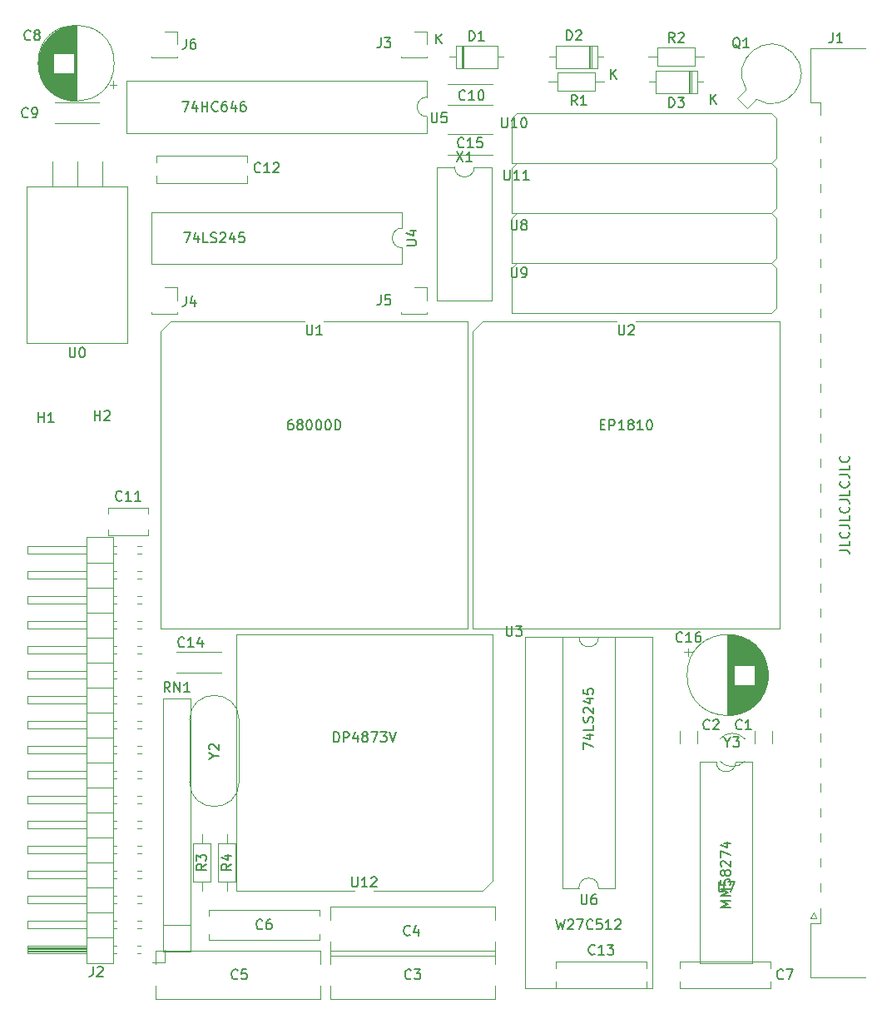
<source format=gbr>
%TF.GenerationSoftware,KiCad,Pcbnew,7.0.11+1*%
%TF.CreationDate,2024-04-14T15:49:11+02:00*%
%TF.ProjectId,GoldCard,476f6c64-4361-4726-942e-6b696361645f,rev?*%
%TF.SameCoordinates,Original*%
%TF.FileFunction,Legend,Top*%
%TF.FilePolarity,Positive*%
%FSLAX46Y46*%
G04 Gerber Fmt 4.6, Leading zero omitted, Abs format (unit mm)*
G04 Created by KiCad (PCBNEW 7.0.11+1) date 2024-04-14 15:49:11*
%MOMM*%
%LPD*%
G01*
G04 APERTURE LIST*
%ADD10C,0.150000*%
%ADD11C,0.120000*%
%ADD12C,0.100000*%
G04 APERTURE END LIST*
D10*
X241185819Y-96532506D02*
X241900104Y-96532506D01*
X241900104Y-96532506D02*
X242042961Y-96580125D01*
X242042961Y-96580125D02*
X242138200Y-96675363D01*
X242138200Y-96675363D02*
X242185819Y-96818220D01*
X242185819Y-96818220D02*
X242185819Y-96913458D01*
X242185819Y-95580125D02*
X242185819Y-96056315D01*
X242185819Y-96056315D02*
X241185819Y-96056315D01*
X242090580Y-94675363D02*
X242138200Y-94722982D01*
X242138200Y-94722982D02*
X242185819Y-94865839D01*
X242185819Y-94865839D02*
X242185819Y-94961077D01*
X242185819Y-94961077D02*
X242138200Y-95103934D01*
X242138200Y-95103934D02*
X242042961Y-95199172D01*
X242042961Y-95199172D02*
X241947723Y-95246791D01*
X241947723Y-95246791D02*
X241757247Y-95294410D01*
X241757247Y-95294410D02*
X241614390Y-95294410D01*
X241614390Y-95294410D02*
X241423914Y-95246791D01*
X241423914Y-95246791D02*
X241328676Y-95199172D01*
X241328676Y-95199172D02*
X241233438Y-95103934D01*
X241233438Y-95103934D02*
X241185819Y-94961077D01*
X241185819Y-94961077D02*
X241185819Y-94865839D01*
X241185819Y-94865839D02*
X241233438Y-94722982D01*
X241233438Y-94722982D02*
X241281057Y-94675363D01*
X241185819Y-93961077D02*
X241900104Y-93961077D01*
X241900104Y-93961077D02*
X242042961Y-94008696D01*
X242042961Y-94008696D02*
X242138200Y-94103934D01*
X242138200Y-94103934D02*
X242185819Y-94246791D01*
X242185819Y-94246791D02*
X242185819Y-94342029D01*
X242185819Y-93008696D02*
X242185819Y-93484886D01*
X242185819Y-93484886D02*
X241185819Y-93484886D01*
X242090580Y-92103934D02*
X242138200Y-92151553D01*
X242138200Y-92151553D02*
X242185819Y-92294410D01*
X242185819Y-92294410D02*
X242185819Y-92389648D01*
X242185819Y-92389648D02*
X242138200Y-92532505D01*
X242138200Y-92532505D02*
X242042961Y-92627743D01*
X242042961Y-92627743D02*
X241947723Y-92675362D01*
X241947723Y-92675362D02*
X241757247Y-92722981D01*
X241757247Y-92722981D02*
X241614390Y-92722981D01*
X241614390Y-92722981D02*
X241423914Y-92675362D01*
X241423914Y-92675362D02*
X241328676Y-92627743D01*
X241328676Y-92627743D02*
X241233438Y-92532505D01*
X241233438Y-92532505D02*
X241185819Y-92389648D01*
X241185819Y-92389648D02*
X241185819Y-92294410D01*
X241185819Y-92294410D02*
X241233438Y-92151553D01*
X241233438Y-92151553D02*
X241281057Y-92103934D01*
X241185819Y-91389648D02*
X241900104Y-91389648D01*
X241900104Y-91389648D02*
X242042961Y-91437267D01*
X242042961Y-91437267D02*
X242138200Y-91532505D01*
X242138200Y-91532505D02*
X242185819Y-91675362D01*
X242185819Y-91675362D02*
X242185819Y-91770600D01*
X242185819Y-90437267D02*
X242185819Y-90913457D01*
X242185819Y-90913457D02*
X241185819Y-90913457D01*
X242090580Y-89532505D02*
X242138200Y-89580124D01*
X242138200Y-89580124D02*
X242185819Y-89722981D01*
X242185819Y-89722981D02*
X242185819Y-89818219D01*
X242185819Y-89818219D02*
X242138200Y-89961076D01*
X242138200Y-89961076D02*
X242042961Y-90056314D01*
X242042961Y-90056314D02*
X241947723Y-90103933D01*
X241947723Y-90103933D02*
X241757247Y-90151552D01*
X241757247Y-90151552D02*
X241614390Y-90151552D01*
X241614390Y-90151552D02*
X241423914Y-90103933D01*
X241423914Y-90103933D02*
X241328676Y-90056314D01*
X241328676Y-90056314D02*
X241233438Y-89961076D01*
X241233438Y-89961076D02*
X241185819Y-89818219D01*
X241185819Y-89818219D02*
X241185819Y-89722981D01*
X241185819Y-89722981D02*
X241233438Y-89580124D01*
X241233438Y-89580124D02*
X241281057Y-89532505D01*
X241185819Y-88818219D02*
X241900104Y-88818219D01*
X241900104Y-88818219D02*
X242042961Y-88865838D01*
X242042961Y-88865838D02*
X242138200Y-88961076D01*
X242138200Y-88961076D02*
X242185819Y-89103933D01*
X242185819Y-89103933D02*
X242185819Y-89199171D01*
X242185819Y-87865838D02*
X242185819Y-88342028D01*
X242185819Y-88342028D02*
X241185819Y-88342028D01*
X242090580Y-86961076D02*
X242138200Y-87008695D01*
X242138200Y-87008695D02*
X242185819Y-87151552D01*
X242185819Y-87151552D02*
X242185819Y-87246790D01*
X242185819Y-87246790D02*
X242138200Y-87389647D01*
X242138200Y-87389647D02*
X242042961Y-87484885D01*
X242042961Y-87484885D02*
X241947723Y-87532504D01*
X241947723Y-87532504D02*
X241757247Y-87580123D01*
X241757247Y-87580123D02*
X241614390Y-87580123D01*
X241614390Y-87580123D02*
X241423914Y-87532504D01*
X241423914Y-87532504D02*
X241328676Y-87484885D01*
X241328676Y-87484885D02*
X241233438Y-87389647D01*
X241233438Y-87389647D02*
X241185819Y-87246790D01*
X241185819Y-87246790D02*
X241185819Y-87151552D01*
X241185819Y-87151552D02*
X241233438Y-87008695D01*
X241233438Y-87008695D02*
X241281057Y-86961076D01*
X214884095Y-131534819D02*
X214884095Y-132344342D01*
X214884095Y-132344342D02*
X214931714Y-132439580D01*
X214931714Y-132439580D02*
X214979333Y-132487200D01*
X214979333Y-132487200D02*
X215074571Y-132534819D01*
X215074571Y-132534819D02*
X215265047Y-132534819D01*
X215265047Y-132534819D02*
X215360285Y-132487200D01*
X215360285Y-132487200D02*
X215407904Y-132439580D01*
X215407904Y-132439580D02*
X215455523Y-132344342D01*
X215455523Y-132344342D02*
X215455523Y-131534819D01*
X216360285Y-131534819D02*
X216169809Y-131534819D01*
X216169809Y-131534819D02*
X216074571Y-131582438D01*
X216074571Y-131582438D02*
X216026952Y-131630057D01*
X216026952Y-131630057D02*
X215931714Y-131772914D01*
X215931714Y-131772914D02*
X215884095Y-131963390D01*
X215884095Y-131963390D02*
X215884095Y-132344342D01*
X215884095Y-132344342D02*
X215931714Y-132439580D01*
X215931714Y-132439580D02*
X215979333Y-132487200D01*
X215979333Y-132487200D02*
X216074571Y-132534819D01*
X216074571Y-132534819D02*
X216265047Y-132534819D01*
X216265047Y-132534819D02*
X216360285Y-132487200D01*
X216360285Y-132487200D02*
X216407904Y-132439580D01*
X216407904Y-132439580D02*
X216455523Y-132344342D01*
X216455523Y-132344342D02*
X216455523Y-132106247D01*
X216455523Y-132106247D02*
X216407904Y-132011009D01*
X216407904Y-132011009D02*
X216360285Y-131963390D01*
X216360285Y-131963390D02*
X216265047Y-131915771D01*
X216265047Y-131915771D02*
X216074571Y-131915771D01*
X216074571Y-131915771D02*
X215979333Y-131963390D01*
X215979333Y-131963390D02*
X215931714Y-132011009D01*
X215931714Y-132011009D02*
X215884095Y-132106247D01*
X215100819Y-116784047D02*
X215100819Y-116117381D01*
X215100819Y-116117381D02*
X216100819Y-116545952D01*
X215434152Y-115307857D02*
X216100819Y-115307857D01*
X215053200Y-115545952D02*
X215767485Y-115784047D01*
X215767485Y-115784047D02*
X215767485Y-115165000D01*
X216100819Y-114307857D02*
X216100819Y-114784047D01*
X216100819Y-114784047D02*
X215100819Y-114784047D01*
X216053200Y-114022142D02*
X216100819Y-113879285D01*
X216100819Y-113879285D02*
X216100819Y-113641190D01*
X216100819Y-113641190D02*
X216053200Y-113545952D01*
X216053200Y-113545952D02*
X216005580Y-113498333D01*
X216005580Y-113498333D02*
X215910342Y-113450714D01*
X215910342Y-113450714D02*
X215815104Y-113450714D01*
X215815104Y-113450714D02*
X215719866Y-113498333D01*
X215719866Y-113498333D02*
X215672247Y-113545952D01*
X215672247Y-113545952D02*
X215624628Y-113641190D01*
X215624628Y-113641190D02*
X215577009Y-113831666D01*
X215577009Y-113831666D02*
X215529390Y-113926904D01*
X215529390Y-113926904D02*
X215481771Y-113974523D01*
X215481771Y-113974523D02*
X215386533Y-114022142D01*
X215386533Y-114022142D02*
X215291295Y-114022142D01*
X215291295Y-114022142D02*
X215196057Y-113974523D01*
X215196057Y-113974523D02*
X215148438Y-113926904D01*
X215148438Y-113926904D02*
X215100819Y-113831666D01*
X215100819Y-113831666D02*
X215100819Y-113593571D01*
X215100819Y-113593571D02*
X215148438Y-113450714D01*
X215196057Y-113069761D02*
X215148438Y-113022142D01*
X215148438Y-113022142D02*
X215100819Y-112926904D01*
X215100819Y-112926904D02*
X215100819Y-112688809D01*
X215100819Y-112688809D02*
X215148438Y-112593571D01*
X215148438Y-112593571D02*
X215196057Y-112545952D01*
X215196057Y-112545952D02*
X215291295Y-112498333D01*
X215291295Y-112498333D02*
X215386533Y-112498333D01*
X215386533Y-112498333D02*
X215529390Y-112545952D01*
X215529390Y-112545952D02*
X216100819Y-113117380D01*
X216100819Y-113117380D02*
X216100819Y-112498333D01*
X215434152Y-111641190D02*
X216100819Y-111641190D01*
X215053200Y-111879285D02*
X215767485Y-112117380D01*
X215767485Y-112117380D02*
X215767485Y-111498333D01*
X215100819Y-110641190D02*
X215100819Y-111117380D01*
X215100819Y-111117380D02*
X215577009Y-111164999D01*
X215577009Y-111164999D02*
X215529390Y-111117380D01*
X215529390Y-111117380D02*
X215481771Y-111022142D01*
X215481771Y-111022142D02*
X215481771Y-110784047D01*
X215481771Y-110784047D02*
X215529390Y-110688809D01*
X215529390Y-110688809D02*
X215577009Y-110641190D01*
X215577009Y-110641190D02*
X215672247Y-110593571D01*
X215672247Y-110593571D02*
X215910342Y-110593571D01*
X215910342Y-110593571D02*
X216005580Y-110641190D01*
X216005580Y-110641190D02*
X216053200Y-110688809D01*
X216053200Y-110688809D02*
X216100819Y-110784047D01*
X216100819Y-110784047D02*
X216100819Y-111022142D01*
X216100819Y-111022142D02*
X216053200Y-111117380D01*
X216053200Y-111117380D02*
X216005580Y-111164999D01*
X176730819Y-128436666D02*
X176254628Y-128769999D01*
X176730819Y-129008094D02*
X175730819Y-129008094D01*
X175730819Y-129008094D02*
X175730819Y-128627142D01*
X175730819Y-128627142D02*
X175778438Y-128531904D01*
X175778438Y-128531904D02*
X175826057Y-128484285D01*
X175826057Y-128484285D02*
X175921295Y-128436666D01*
X175921295Y-128436666D02*
X176064152Y-128436666D01*
X176064152Y-128436666D02*
X176159390Y-128484285D01*
X176159390Y-128484285D02*
X176207009Y-128531904D01*
X176207009Y-128531904D02*
X176254628Y-128627142D01*
X176254628Y-128627142D02*
X176254628Y-129008094D01*
X175730819Y-128103332D02*
X175730819Y-127484285D01*
X175730819Y-127484285D02*
X176111771Y-127817618D01*
X176111771Y-127817618D02*
X176111771Y-127674761D01*
X176111771Y-127674761D02*
X176159390Y-127579523D01*
X176159390Y-127579523D02*
X176207009Y-127531904D01*
X176207009Y-127531904D02*
X176302247Y-127484285D01*
X176302247Y-127484285D02*
X176540342Y-127484285D01*
X176540342Y-127484285D02*
X176635580Y-127531904D01*
X176635580Y-127531904D02*
X176683200Y-127579523D01*
X176683200Y-127579523D02*
X176730819Y-127674761D01*
X176730819Y-127674761D02*
X176730819Y-127960475D01*
X176730819Y-127960475D02*
X176683200Y-128055713D01*
X176683200Y-128055713D02*
X176635580Y-128103332D01*
X165207666Y-138884819D02*
X165207666Y-139599104D01*
X165207666Y-139599104D02*
X165160047Y-139741961D01*
X165160047Y-139741961D02*
X165064809Y-139837200D01*
X165064809Y-139837200D02*
X164921952Y-139884819D01*
X164921952Y-139884819D02*
X164826714Y-139884819D01*
X165636238Y-138980057D02*
X165683857Y-138932438D01*
X165683857Y-138932438D02*
X165779095Y-138884819D01*
X165779095Y-138884819D02*
X166017190Y-138884819D01*
X166017190Y-138884819D02*
X166112428Y-138932438D01*
X166112428Y-138932438D02*
X166160047Y-138980057D01*
X166160047Y-138980057D02*
X166207666Y-139075295D01*
X166207666Y-139075295D02*
X166207666Y-139170533D01*
X166207666Y-139170533D02*
X166160047Y-139313390D01*
X166160047Y-139313390D02*
X165588619Y-139884819D01*
X165588619Y-139884819D02*
X166207666Y-139884819D01*
X197110819Y-65531904D02*
X197920342Y-65531904D01*
X197920342Y-65531904D02*
X198015580Y-65484285D01*
X198015580Y-65484285D02*
X198063200Y-65436666D01*
X198063200Y-65436666D02*
X198110819Y-65341428D01*
X198110819Y-65341428D02*
X198110819Y-65150952D01*
X198110819Y-65150952D02*
X198063200Y-65055714D01*
X198063200Y-65055714D02*
X198015580Y-65008095D01*
X198015580Y-65008095D02*
X197920342Y-64960476D01*
X197920342Y-64960476D02*
X197110819Y-64960476D01*
X197444152Y-64055714D02*
X198110819Y-64055714D01*
X197063200Y-64293809D02*
X197777485Y-64531904D01*
X197777485Y-64531904D02*
X197777485Y-63912857D01*
X174426952Y-64224819D02*
X175093618Y-64224819D01*
X175093618Y-64224819D02*
X174665047Y-65224819D01*
X175903142Y-64558152D02*
X175903142Y-65224819D01*
X175665047Y-64177200D02*
X175426952Y-64891485D01*
X175426952Y-64891485D02*
X176045999Y-64891485D01*
X176903142Y-65224819D02*
X176426952Y-65224819D01*
X176426952Y-65224819D02*
X176426952Y-64224819D01*
X177188857Y-65177200D02*
X177331714Y-65224819D01*
X177331714Y-65224819D02*
X177569809Y-65224819D01*
X177569809Y-65224819D02*
X177665047Y-65177200D01*
X177665047Y-65177200D02*
X177712666Y-65129580D01*
X177712666Y-65129580D02*
X177760285Y-65034342D01*
X177760285Y-65034342D02*
X177760285Y-64939104D01*
X177760285Y-64939104D02*
X177712666Y-64843866D01*
X177712666Y-64843866D02*
X177665047Y-64796247D01*
X177665047Y-64796247D02*
X177569809Y-64748628D01*
X177569809Y-64748628D02*
X177379333Y-64701009D01*
X177379333Y-64701009D02*
X177284095Y-64653390D01*
X177284095Y-64653390D02*
X177236476Y-64605771D01*
X177236476Y-64605771D02*
X177188857Y-64510533D01*
X177188857Y-64510533D02*
X177188857Y-64415295D01*
X177188857Y-64415295D02*
X177236476Y-64320057D01*
X177236476Y-64320057D02*
X177284095Y-64272438D01*
X177284095Y-64272438D02*
X177379333Y-64224819D01*
X177379333Y-64224819D02*
X177617428Y-64224819D01*
X177617428Y-64224819D02*
X177760285Y-64272438D01*
X178141238Y-64320057D02*
X178188857Y-64272438D01*
X178188857Y-64272438D02*
X178284095Y-64224819D01*
X178284095Y-64224819D02*
X178522190Y-64224819D01*
X178522190Y-64224819D02*
X178617428Y-64272438D01*
X178617428Y-64272438D02*
X178665047Y-64320057D01*
X178665047Y-64320057D02*
X178712666Y-64415295D01*
X178712666Y-64415295D02*
X178712666Y-64510533D01*
X178712666Y-64510533D02*
X178665047Y-64653390D01*
X178665047Y-64653390D02*
X178093619Y-65224819D01*
X178093619Y-65224819D02*
X178712666Y-65224819D01*
X179569809Y-64558152D02*
X179569809Y-65224819D01*
X179331714Y-64177200D02*
X179093619Y-64891485D01*
X179093619Y-64891485D02*
X179712666Y-64891485D01*
X180569809Y-64224819D02*
X180093619Y-64224819D01*
X180093619Y-64224819D02*
X180046000Y-64701009D01*
X180046000Y-64701009D02*
X180093619Y-64653390D01*
X180093619Y-64653390D02*
X180188857Y-64605771D01*
X180188857Y-64605771D02*
X180426952Y-64605771D01*
X180426952Y-64605771D02*
X180522190Y-64653390D01*
X180522190Y-64653390D02*
X180569809Y-64701009D01*
X180569809Y-64701009D02*
X180617428Y-64796247D01*
X180617428Y-64796247D02*
X180617428Y-65034342D01*
X180617428Y-65034342D02*
X180569809Y-65129580D01*
X180569809Y-65129580D02*
X180522190Y-65177200D01*
X180522190Y-65177200D02*
X180426952Y-65224819D01*
X180426952Y-65224819D02*
X180188857Y-65224819D01*
X180188857Y-65224819D02*
X180093619Y-65177200D01*
X180093619Y-65177200D02*
X180046000Y-65129580D01*
X231044737Y-45508081D02*
X230949499Y-45460462D01*
X230949499Y-45460462D02*
X230854261Y-45365224D01*
X230854261Y-45365224D02*
X230711404Y-45222366D01*
X230711404Y-45222366D02*
X230616166Y-45174747D01*
X230616166Y-45174747D02*
X230520928Y-45174747D01*
X230568547Y-45412843D02*
X230473309Y-45365224D01*
X230473309Y-45365224D02*
X230378071Y-45269985D01*
X230378071Y-45269985D02*
X230330452Y-45079509D01*
X230330452Y-45079509D02*
X230330452Y-44746176D01*
X230330452Y-44746176D02*
X230378071Y-44555700D01*
X230378071Y-44555700D02*
X230473309Y-44460462D01*
X230473309Y-44460462D02*
X230568547Y-44412843D01*
X230568547Y-44412843D02*
X230759023Y-44412843D01*
X230759023Y-44412843D02*
X230854261Y-44460462D01*
X230854261Y-44460462D02*
X230949499Y-44555700D01*
X230949499Y-44555700D02*
X230997118Y-44746176D01*
X230997118Y-44746176D02*
X230997118Y-45079509D01*
X230997118Y-45079509D02*
X230949499Y-45269985D01*
X230949499Y-45269985D02*
X230854261Y-45365224D01*
X230854261Y-45365224D02*
X230759023Y-45412843D01*
X230759023Y-45412843D02*
X230568547Y-45412843D01*
X231949499Y-45412843D02*
X231378071Y-45412843D01*
X231663785Y-45412843D02*
X231663785Y-44412843D01*
X231663785Y-44412843D02*
X231568547Y-44555700D01*
X231568547Y-44555700D02*
X231473309Y-44650938D01*
X231473309Y-44650938D02*
X231378071Y-44698557D01*
X203477905Y-44689819D02*
X203477905Y-43689819D01*
X203477905Y-43689819D02*
X203716000Y-43689819D01*
X203716000Y-43689819D02*
X203858857Y-43737438D01*
X203858857Y-43737438D02*
X203954095Y-43832676D01*
X203954095Y-43832676D02*
X204001714Y-43927914D01*
X204001714Y-43927914D02*
X204049333Y-44118390D01*
X204049333Y-44118390D02*
X204049333Y-44261247D01*
X204049333Y-44261247D02*
X204001714Y-44451723D01*
X204001714Y-44451723D02*
X203954095Y-44546961D01*
X203954095Y-44546961D02*
X203858857Y-44642200D01*
X203858857Y-44642200D02*
X203716000Y-44689819D01*
X203716000Y-44689819D02*
X203477905Y-44689819D01*
X205001714Y-44689819D02*
X204430286Y-44689819D01*
X204716000Y-44689819D02*
X204716000Y-43689819D01*
X204716000Y-43689819D02*
X204620762Y-43832676D01*
X204620762Y-43832676D02*
X204525524Y-43927914D01*
X204525524Y-43927914D02*
X204430286Y-43975533D01*
X200144095Y-45009819D02*
X200144095Y-44009819D01*
X200715523Y-45009819D02*
X200286952Y-44438390D01*
X200715523Y-44009819D02*
X200144095Y-44581247D01*
X159639095Y-83512819D02*
X159639095Y-82512819D01*
X159639095Y-82989009D02*
X160210523Y-82989009D01*
X160210523Y-83512819D02*
X160210523Y-82512819D01*
X161210523Y-83512819D02*
X160639095Y-83512819D01*
X160924809Y-83512819D02*
X160924809Y-82512819D01*
X160924809Y-82512819D02*
X160829571Y-82655676D01*
X160829571Y-82655676D02*
X160734333Y-82750914D01*
X160734333Y-82750914D02*
X160639095Y-82798533D01*
X197565333Y-140059580D02*
X197517714Y-140107200D01*
X197517714Y-140107200D02*
X197374857Y-140154819D01*
X197374857Y-140154819D02*
X197279619Y-140154819D01*
X197279619Y-140154819D02*
X197136762Y-140107200D01*
X197136762Y-140107200D02*
X197041524Y-140011961D01*
X197041524Y-140011961D02*
X196993905Y-139916723D01*
X196993905Y-139916723D02*
X196946286Y-139726247D01*
X196946286Y-139726247D02*
X196946286Y-139583390D01*
X196946286Y-139583390D02*
X196993905Y-139392914D01*
X196993905Y-139392914D02*
X197041524Y-139297676D01*
X197041524Y-139297676D02*
X197136762Y-139202438D01*
X197136762Y-139202438D02*
X197279619Y-139154819D01*
X197279619Y-139154819D02*
X197374857Y-139154819D01*
X197374857Y-139154819D02*
X197517714Y-139202438D01*
X197517714Y-139202438D02*
X197565333Y-139250057D01*
X197898667Y-139154819D02*
X198517714Y-139154819D01*
X198517714Y-139154819D02*
X198184381Y-139535771D01*
X198184381Y-139535771D02*
X198327238Y-139535771D01*
X198327238Y-139535771D02*
X198422476Y-139583390D01*
X198422476Y-139583390D02*
X198470095Y-139631009D01*
X198470095Y-139631009D02*
X198517714Y-139726247D01*
X198517714Y-139726247D02*
X198517714Y-139964342D01*
X198517714Y-139964342D02*
X198470095Y-140059580D01*
X198470095Y-140059580D02*
X198422476Y-140107200D01*
X198422476Y-140107200D02*
X198327238Y-140154819D01*
X198327238Y-140154819D02*
X198041524Y-140154819D01*
X198041524Y-140154819D02*
X197946286Y-140107200D01*
X197946286Y-140107200D02*
X197898667Y-140059580D01*
X203065142Y-50651580D02*
X203017523Y-50699200D01*
X203017523Y-50699200D02*
X202874666Y-50746819D01*
X202874666Y-50746819D02*
X202779428Y-50746819D01*
X202779428Y-50746819D02*
X202636571Y-50699200D01*
X202636571Y-50699200D02*
X202541333Y-50603961D01*
X202541333Y-50603961D02*
X202493714Y-50508723D01*
X202493714Y-50508723D02*
X202446095Y-50318247D01*
X202446095Y-50318247D02*
X202446095Y-50175390D01*
X202446095Y-50175390D02*
X202493714Y-49984914D01*
X202493714Y-49984914D02*
X202541333Y-49889676D01*
X202541333Y-49889676D02*
X202636571Y-49794438D01*
X202636571Y-49794438D02*
X202779428Y-49746819D01*
X202779428Y-49746819D02*
X202874666Y-49746819D01*
X202874666Y-49746819D02*
X203017523Y-49794438D01*
X203017523Y-49794438D02*
X203065142Y-49842057D01*
X204017523Y-50746819D02*
X203446095Y-50746819D01*
X203731809Y-50746819D02*
X203731809Y-49746819D01*
X203731809Y-49746819D02*
X203636571Y-49889676D01*
X203636571Y-49889676D02*
X203541333Y-49984914D01*
X203541333Y-49984914D02*
X203446095Y-50032533D01*
X204636571Y-49746819D02*
X204731809Y-49746819D01*
X204731809Y-49746819D02*
X204827047Y-49794438D01*
X204827047Y-49794438D02*
X204874666Y-49842057D01*
X204874666Y-49842057D02*
X204922285Y-49937295D01*
X204922285Y-49937295D02*
X204969904Y-50127771D01*
X204969904Y-50127771D02*
X204969904Y-50365866D01*
X204969904Y-50365866D02*
X204922285Y-50556342D01*
X204922285Y-50556342D02*
X204874666Y-50651580D01*
X204874666Y-50651580D02*
X204827047Y-50699200D01*
X204827047Y-50699200D02*
X204731809Y-50746819D01*
X204731809Y-50746819D02*
X204636571Y-50746819D01*
X204636571Y-50746819D02*
X204541333Y-50699200D01*
X204541333Y-50699200D02*
X204493714Y-50651580D01*
X204493714Y-50651580D02*
X204446095Y-50556342D01*
X204446095Y-50556342D02*
X204398476Y-50365866D01*
X204398476Y-50365866D02*
X204398476Y-50127771D01*
X204398476Y-50127771D02*
X204446095Y-49937295D01*
X204446095Y-49937295D02*
X204493714Y-49842057D01*
X204493714Y-49842057D02*
X204541333Y-49794438D01*
X204541333Y-49794438D02*
X204636571Y-49746819D01*
X174490142Y-106277580D02*
X174442523Y-106325200D01*
X174442523Y-106325200D02*
X174299666Y-106372819D01*
X174299666Y-106372819D02*
X174204428Y-106372819D01*
X174204428Y-106372819D02*
X174061571Y-106325200D01*
X174061571Y-106325200D02*
X173966333Y-106229961D01*
X173966333Y-106229961D02*
X173918714Y-106134723D01*
X173918714Y-106134723D02*
X173871095Y-105944247D01*
X173871095Y-105944247D02*
X173871095Y-105801390D01*
X173871095Y-105801390D02*
X173918714Y-105610914D01*
X173918714Y-105610914D02*
X173966333Y-105515676D01*
X173966333Y-105515676D02*
X174061571Y-105420438D01*
X174061571Y-105420438D02*
X174204428Y-105372819D01*
X174204428Y-105372819D02*
X174299666Y-105372819D01*
X174299666Y-105372819D02*
X174442523Y-105420438D01*
X174442523Y-105420438D02*
X174490142Y-105468057D01*
X175442523Y-106372819D02*
X174871095Y-106372819D01*
X175156809Y-106372819D02*
X175156809Y-105372819D01*
X175156809Y-105372819D02*
X175061571Y-105515676D01*
X175061571Y-105515676D02*
X174966333Y-105610914D01*
X174966333Y-105610914D02*
X174871095Y-105658533D01*
X176299666Y-105706152D02*
X176299666Y-106372819D01*
X176061571Y-105325200D02*
X175823476Y-106039485D01*
X175823476Y-106039485D02*
X176442523Y-106039485D01*
X231227333Y-114659580D02*
X231179714Y-114707200D01*
X231179714Y-114707200D02*
X231036857Y-114754819D01*
X231036857Y-114754819D02*
X230941619Y-114754819D01*
X230941619Y-114754819D02*
X230798762Y-114707200D01*
X230798762Y-114707200D02*
X230703524Y-114611961D01*
X230703524Y-114611961D02*
X230655905Y-114516723D01*
X230655905Y-114516723D02*
X230608286Y-114326247D01*
X230608286Y-114326247D02*
X230608286Y-114183390D01*
X230608286Y-114183390D02*
X230655905Y-113992914D01*
X230655905Y-113992914D02*
X230703524Y-113897676D01*
X230703524Y-113897676D02*
X230798762Y-113802438D01*
X230798762Y-113802438D02*
X230941619Y-113754819D01*
X230941619Y-113754819D02*
X231036857Y-113754819D01*
X231036857Y-113754819D02*
X231179714Y-113802438D01*
X231179714Y-113802438D02*
X231227333Y-113850057D01*
X232179714Y-114754819D02*
X231608286Y-114754819D01*
X231894000Y-114754819D02*
X231894000Y-113754819D01*
X231894000Y-113754819D02*
X231798762Y-113897676D01*
X231798762Y-113897676D02*
X231703524Y-113992914D01*
X231703524Y-113992914D02*
X231608286Y-114040533D01*
X229774809Y-116056628D02*
X229774809Y-116532819D01*
X229441476Y-115532819D02*
X229774809Y-116056628D01*
X229774809Y-116056628D02*
X230108142Y-115532819D01*
X230346238Y-115532819D02*
X230965285Y-115532819D01*
X230965285Y-115532819D02*
X230631952Y-115913771D01*
X230631952Y-115913771D02*
X230774809Y-115913771D01*
X230774809Y-115913771D02*
X230870047Y-115961390D01*
X230870047Y-115961390D02*
X230917666Y-116009009D01*
X230917666Y-116009009D02*
X230965285Y-116104247D01*
X230965285Y-116104247D02*
X230965285Y-116342342D01*
X230965285Y-116342342D02*
X230917666Y-116437580D01*
X230917666Y-116437580D02*
X230870047Y-116485200D01*
X230870047Y-116485200D02*
X230774809Y-116532819D01*
X230774809Y-116532819D02*
X230489095Y-116532819D01*
X230489095Y-116532819D02*
X230393857Y-116485200D01*
X230393857Y-116485200D02*
X230346238Y-116437580D01*
X207772095Y-62954819D02*
X207772095Y-63764342D01*
X207772095Y-63764342D02*
X207819714Y-63859580D01*
X207819714Y-63859580D02*
X207867333Y-63907200D01*
X207867333Y-63907200D02*
X207962571Y-63954819D01*
X207962571Y-63954819D02*
X208153047Y-63954819D01*
X208153047Y-63954819D02*
X208248285Y-63907200D01*
X208248285Y-63907200D02*
X208295904Y-63859580D01*
X208295904Y-63859580D02*
X208343523Y-63764342D01*
X208343523Y-63764342D02*
X208343523Y-62954819D01*
X208962571Y-63383390D02*
X208867333Y-63335771D01*
X208867333Y-63335771D02*
X208819714Y-63288152D01*
X208819714Y-63288152D02*
X208772095Y-63192914D01*
X208772095Y-63192914D02*
X208772095Y-63145295D01*
X208772095Y-63145295D02*
X208819714Y-63050057D01*
X208819714Y-63050057D02*
X208867333Y-63002438D01*
X208867333Y-63002438D02*
X208962571Y-62954819D01*
X208962571Y-62954819D02*
X209153047Y-62954819D01*
X209153047Y-62954819D02*
X209248285Y-63002438D01*
X209248285Y-63002438D02*
X209295904Y-63050057D01*
X209295904Y-63050057D02*
X209343523Y-63145295D01*
X209343523Y-63145295D02*
X209343523Y-63192914D01*
X209343523Y-63192914D02*
X209295904Y-63288152D01*
X209295904Y-63288152D02*
X209248285Y-63335771D01*
X209248285Y-63335771D02*
X209153047Y-63383390D01*
X209153047Y-63383390D02*
X208962571Y-63383390D01*
X208962571Y-63383390D02*
X208867333Y-63431009D01*
X208867333Y-63431009D02*
X208819714Y-63478628D01*
X208819714Y-63478628D02*
X208772095Y-63573866D01*
X208772095Y-63573866D02*
X208772095Y-63764342D01*
X208772095Y-63764342D02*
X208819714Y-63859580D01*
X208819714Y-63859580D02*
X208867333Y-63907200D01*
X208867333Y-63907200D02*
X208962571Y-63954819D01*
X208962571Y-63954819D02*
X209153047Y-63954819D01*
X209153047Y-63954819D02*
X209248285Y-63907200D01*
X209248285Y-63907200D02*
X209295904Y-63859580D01*
X209295904Y-63859580D02*
X209343523Y-63764342D01*
X209343523Y-63764342D02*
X209343523Y-63573866D01*
X209343523Y-63573866D02*
X209295904Y-63478628D01*
X209295904Y-63478628D02*
X209248285Y-63431009D01*
X209248285Y-63431009D02*
X209153047Y-63383390D01*
X194484666Y-70574819D02*
X194484666Y-71289104D01*
X194484666Y-71289104D02*
X194437047Y-71431961D01*
X194437047Y-71431961D02*
X194341809Y-71527200D01*
X194341809Y-71527200D02*
X194198952Y-71574819D01*
X194198952Y-71574819D02*
X194103714Y-71574819D01*
X195437047Y-70574819D02*
X194960857Y-70574819D01*
X194960857Y-70574819D02*
X194913238Y-71051009D01*
X194913238Y-71051009D02*
X194960857Y-71003390D01*
X194960857Y-71003390D02*
X195056095Y-70955771D01*
X195056095Y-70955771D02*
X195294190Y-70955771D01*
X195294190Y-70955771D02*
X195389428Y-71003390D01*
X195389428Y-71003390D02*
X195437047Y-71051009D01*
X195437047Y-71051009D02*
X195484666Y-71146247D01*
X195484666Y-71146247D02*
X195484666Y-71384342D01*
X195484666Y-71384342D02*
X195437047Y-71479580D01*
X195437047Y-71479580D02*
X195389428Y-71527200D01*
X195389428Y-71527200D02*
X195294190Y-71574819D01*
X195294190Y-71574819D02*
X195056095Y-71574819D01*
X195056095Y-71574819D02*
X194960857Y-71527200D01*
X194960857Y-71527200D02*
X194913238Y-71479580D01*
X202938142Y-55477580D02*
X202890523Y-55525200D01*
X202890523Y-55525200D02*
X202747666Y-55572819D01*
X202747666Y-55572819D02*
X202652428Y-55572819D01*
X202652428Y-55572819D02*
X202509571Y-55525200D01*
X202509571Y-55525200D02*
X202414333Y-55429961D01*
X202414333Y-55429961D02*
X202366714Y-55334723D01*
X202366714Y-55334723D02*
X202319095Y-55144247D01*
X202319095Y-55144247D02*
X202319095Y-55001390D01*
X202319095Y-55001390D02*
X202366714Y-54810914D01*
X202366714Y-54810914D02*
X202414333Y-54715676D01*
X202414333Y-54715676D02*
X202509571Y-54620438D01*
X202509571Y-54620438D02*
X202652428Y-54572819D01*
X202652428Y-54572819D02*
X202747666Y-54572819D01*
X202747666Y-54572819D02*
X202890523Y-54620438D01*
X202890523Y-54620438D02*
X202938142Y-54668057D01*
X203890523Y-55572819D02*
X203319095Y-55572819D01*
X203604809Y-55572819D02*
X203604809Y-54572819D01*
X203604809Y-54572819D02*
X203509571Y-54715676D01*
X203509571Y-54715676D02*
X203414333Y-54810914D01*
X203414333Y-54810914D02*
X203319095Y-54858533D01*
X204795285Y-54572819D02*
X204319095Y-54572819D01*
X204319095Y-54572819D02*
X204271476Y-55049009D01*
X204271476Y-55049009D02*
X204319095Y-55001390D01*
X204319095Y-55001390D02*
X204414333Y-54953771D01*
X204414333Y-54953771D02*
X204652428Y-54953771D01*
X204652428Y-54953771D02*
X204747666Y-55001390D01*
X204747666Y-55001390D02*
X204795285Y-55049009D01*
X204795285Y-55049009D02*
X204842904Y-55144247D01*
X204842904Y-55144247D02*
X204842904Y-55382342D01*
X204842904Y-55382342D02*
X204795285Y-55477580D01*
X204795285Y-55477580D02*
X204747666Y-55525200D01*
X204747666Y-55525200D02*
X204652428Y-55572819D01*
X204652428Y-55572819D02*
X204414333Y-55572819D01*
X204414333Y-55572819D02*
X204319095Y-55525200D01*
X204319095Y-55525200D02*
X204271476Y-55477580D01*
X174672666Y-44539819D02*
X174672666Y-45254104D01*
X174672666Y-45254104D02*
X174625047Y-45396961D01*
X174625047Y-45396961D02*
X174529809Y-45492200D01*
X174529809Y-45492200D02*
X174386952Y-45539819D01*
X174386952Y-45539819D02*
X174291714Y-45539819D01*
X175577428Y-44539819D02*
X175386952Y-44539819D01*
X175386952Y-44539819D02*
X175291714Y-44587438D01*
X175291714Y-44587438D02*
X175244095Y-44635057D01*
X175244095Y-44635057D02*
X175148857Y-44777914D01*
X175148857Y-44777914D02*
X175101238Y-44968390D01*
X175101238Y-44968390D02*
X175101238Y-45349342D01*
X175101238Y-45349342D02*
X175148857Y-45444580D01*
X175148857Y-45444580D02*
X175196476Y-45492200D01*
X175196476Y-45492200D02*
X175291714Y-45539819D01*
X175291714Y-45539819D02*
X175482190Y-45539819D01*
X175482190Y-45539819D02*
X175577428Y-45492200D01*
X175577428Y-45492200D02*
X175625047Y-45444580D01*
X175625047Y-45444580D02*
X175672666Y-45349342D01*
X175672666Y-45349342D02*
X175672666Y-45111247D01*
X175672666Y-45111247D02*
X175625047Y-45016009D01*
X175625047Y-45016009D02*
X175577428Y-44968390D01*
X175577428Y-44968390D02*
X175482190Y-44920771D01*
X175482190Y-44920771D02*
X175291714Y-44920771D01*
X175291714Y-44920771D02*
X175196476Y-44968390D01*
X175196476Y-44968390D02*
X175148857Y-45016009D01*
X175148857Y-45016009D02*
X175101238Y-45111247D01*
X214463333Y-51254819D02*
X214130000Y-50778628D01*
X213891905Y-51254819D02*
X213891905Y-50254819D01*
X213891905Y-50254819D02*
X214272857Y-50254819D01*
X214272857Y-50254819D02*
X214368095Y-50302438D01*
X214368095Y-50302438D02*
X214415714Y-50350057D01*
X214415714Y-50350057D02*
X214463333Y-50445295D01*
X214463333Y-50445295D02*
X214463333Y-50588152D01*
X214463333Y-50588152D02*
X214415714Y-50683390D01*
X214415714Y-50683390D02*
X214368095Y-50731009D01*
X214368095Y-50731009D02*
X214272857Y-50778628D01*
X214272857Y-50778628D02*
X213891905Y-50778628D01*
X215415714Y-51254819D02*
X214844286Y-51254819D01*
X215130000Y-51254819D02*
X215130000Y-50254819D01*
X215130000Y-50254819D02*
X215034762Y-50397676D01*
X215034762Y-50397676D02*
X214939524Y-50492914D01*
X214939524Y-50492914D02*
X214844286Y-50540533D01*
X197445333Y-135614580D02*
X197397714Y-135662200D01*
X197397714Y-135662200D02*
X197254857Y-135709819D01*
X197254857Y-135709819D02*
X197159619Y-135709819D01*
X197159619Y-135709819D02*
X197016762Y-135662200D01*
X197016762Y-135662200D02*
X196921524Y-135566961D01*
X196921524Y-135566961D02*
X196873905Y-135471723D01*
X196873905Y-135471723D02*
X196826286Y-135281247D01*
X196826286Y-135281247D02*
X196826286Y-135138390D01*
X196826286Y-135138390D02*
X196873905Y-134947914D01*
X196873905Y-134947914D02*
X196921524Y-134852676D01*
X196921524Y-134852676D02*
X197016762Y-134757438D01*
X197016762Y-134757438D02*
X197159619Y-134709819D01*
X197159619Y-134709819D02*
X197254857Y-134709819D01*
X197254857Y-134709819D02*
X197397714Y-134757438D01*
X197397714Y-134757438D02*
X197445333Y-134805057D01*
X198302476Y-135043152D02*
X198302476Y-135709819D01*
X198064381Y-134662200D02*
X197826286Y-135376485D01*
X197826286Y-135376485D02*
X198445333Y-135376485D01*
X182439333Y-134979580D02*
X182391714Y-135027200D01*
X182391714Y-135027200D02*
X182248857Y-135074819D01*
X182248857Y-135074819D02*
X182153619Y-135074819D01*
X182153619Y-135074819D02*
X182010762Y-135027200D01*
X182010762Y-135027200D02*
X181915524Y-134931961D01*
X181915524Y-134931961D02*
X181867905Y-134836723D01*
X181867905Y-134836723D02*
X181820286Y-134646247D01*
X181820286Y-134646247D02*
X181820286Y-134503390D01*
X181820286Y-134503390D02*
X181867905Y-134312914D01*
X181867905Y-134312914D02*
X181915524Y-134217676D01*
X181915524Y-134217676D02*
X182010762Y-134122438D01*
X182010762Y-134122438D02*
X182153619Y-134074819D01*
X182153619Y-134074819D02*
X182248857Y-134074819D01*
X182248857Y-134074819D02*
X182391714Y-134122438D01*
X182391714Y-134122438D02*
X182439333Y-134170057D01*
X183296476Y-134074819D02*
X183106000Y-134074819D01*
X183106000Y-134074819D02*
X183010762Y-134122438D01*
X183010762Y-134122438D02*
X182963143Y-134170057D01*
X182963143Y-134170057D02*
X182867905Y-134312914D01*
X182867905Y-134312914D02*
X182820286Y-134503390D01*
X182820286Y-134503390D02*
X182820286Y-134884342D01*
X182820286Y-134884342D02*
X182867905Y-134979580D01*
X182867905Y-134979580D02*
X182915524Y-135027200D01*
X182915524Y-135027200D02*
X183010762Y-135074819D01*
X183010762Y-135074819D02*
X183201238Y-135074819D01*
X183201238Y-135074819D02*
X183296476Y-135027200D01*
X183296476Y-135027200D02*
X183344095Y-134979580D01*
X183344095Y-134979580D02*
X183391714Y-134884342D01*
X183391714Y-134884342D02*
X183391714Y-134646247D01*
X183391714Y-134646247D02*
X183344095Y-134551009D01*
X183344095Y-134551009D02*
X183296476Y-134503390D01*
X183296476Y-134503390D02*
X183201238Y-134455771D01*
X183201238Y-134455771D02*
X183010762Y-134455771D01*
X183010762Y-134455771D02*
X182915524Y-134503390D01*
X182915524Y-134503390D02*
X182867905Y-134551009D01*
X182867905Y-134551009D02*
X182820286Y-134646247D01*
X202186476Y-56020819D02*
X202853142Y-57020819D01*
X202853142Y-56020819D02*
X202186476Y-57020819D01*
X203757904Y-57020819D02*
X203186476Y-57020819D01*
X203472190Y-57020819D02*
X203472190Y-56020819D01*
X203472190Y-56020819D02*
X203376952Y-56163676D01*
X203376952Y-56163676D02*
X203281714Y-56258914D01*
X203281714Y-56258914D02*
X203186476Y-56306533D01*
X225163142Y-105769580D02*
X225115523Y-105817200D01*
X225115523Y-105817200D02*
X224972666Y-105864819D01*
X224972666Y-105864819D02*
X224877428Y-105864819D01*
X224877428Y-105864819D02*
X224734571Y-105817200D01*
X224734571Y-105817200D02*
X224639333Y-105721961D01*
X224639333Y-105721961D02*
X224591714Y-105626723D01*
X224591714Y-105626723D02*
X224544095Y-105436247D01*
X224544095Y-105436247D02*
X224544095Y-105293390D01*
X224544095Y-105293390D02*
X224591714Y-105102914D01*
X224591714Y-105102914D02*
X224639333Y-105007676D01*
X224639333Y-105007676D02*
X224734571Y-104912438D01*
X224734571Y-104912438D02*
X224877428Y-104864819D01*
X224877428Y-104864819D02*
X224972666Y-104864819D01*
X224972666Y-104864819D02*
X225115523Y-104912438D01*
X225115523Y-104912438D02*
X225163142Y-104960057D01*
X226115523Y-105864819D02*
X225544095Y-105864819D01*
X225829809Y-105864819D02*
X225829809Y-104864819D01*
X225829809Y-104864819D02*
X225734571Y-105007676D01*
X225734571Y-105007676D02*
X225639333Y-105102914D01*
X225639333Y-105102914D02*
X225544095Y-105150533D01*
X226972666Y-104864819D02*
X226782190Y-104864819D01*
X226782190Y-104864819D02*
X226686952Y-104912438D01*
X226686952Y-104912438D02*
X226639333Y-104960057D01*
X226639333Y-104960057D02*
X226544095Y-105102914D01*
X226544095Y-105102914D02*
X226496476Y-105293390D01*
X226496476Y-105293390D02*
X226496476Y-105674342D01*
X226496476Y-105674342D02*
X226544095Y-105769580D01*
X226544095Y-105769580D02*
X226591714Y-105817200D01*
X226591714Y-105817200D02*
X226686952Y-105864819D01*
X226686952Y-105864819D02*
X226877428Y-105864819D01*
X226877428Y-105864819D02*
X226972666Y-105817200D01*
X226972666Y-105817200D02*
X227020285Y-105769580D01*
X227020285Y-105769580D02*
X227067904Y-105674342D01*
X227067904Y-105674342D02*
X227067904Y-105436247D01*
X227067904Y-105436247D02*
X227020285Y-105341009D01*
X227020285Y-105341009D02*
X226972666Y-105293390D01*
X226972666Y-105293390D02*
X226877428Y-105245771D01*
X226877428Y-105245771D02*
X226686952Y-105245771D01*
X226686952Y-105245771D02*
X226591714Y-105293390D01*
X226591714Y-105293390D02*
X226544095Y-105341009D01*
X226544095Y-105341009D02*
X226496476Y-105436247D01*
X240458666Y-43904819D02*
X240458666Y-44619104D01*
X240458666Y-44619104D02*
X240411047Y-44761961D01*
X240411047Y-44761961D02*
X240315809Y-44857200D01*
X240315809Y-44857200D02*
X240172952Y-44904819D01*
X240172952Y-44904819D02*
X240077714Y-44904819D01*
X241458666Y-44904819D02*
X240887238Y-44904819D01*
X241172952Y-44904819D02*
X241172952Y-43904819D01*
X241172952Y-43904819D02*
X241077714Y-44047676D01*
X241077714Y-44047676D02*
X240982476Y-44142914D01*
X240982476Y-44142914D02*
X240887238Y-44190533D01*
X177524628Y-117416190D02*
X178000819Y-117416190D01*
X177000819Y-117749523D02*
X177524628Y-117416190D01*
X177524628Y-117416190D02*
X177000819Y-117082857D01*
X177096057Y-116797142D02*
X177048438Y-116749523D01*
X177048438Y-116749523D02*
X177000819Y-116654285D01*
X177000819Y-116654285D02*
X177000819Y-116416190D01*
X177000819Y-116416190D02*
X177048438Y-116320952D01*
X177048438Y-116320952D02*
X177096057Y-116273333D01*
X177096057Y-116273333D02*
X177191295Y-116225714D01*
X177191295Y-116225714D02*
X177286533Y-116225714D01*
X177286533Y-116225714D02*
X177429390Y-116273333D01*
X177429390Y-116273333D02*
X178000819Y-116844761D01*
X178000819Y-116844761D02*
X178000819Y-116225714D01*
X218694095Y-73622819D02*
X218694095Y-74432342D01*
X218694095Y-74432342D02*
X218741714Y-74527580D01*
X218741714Y-74527580D02*
X218789333Y-74575200D01*
X218789333Y-74575200D02*
X218884571Y-74622819D01*
X218884571Y-74622819D02*
X219075047Y-74622819D01*
X219075047Y-74622819D02*
X219170285Y-74575200D01*
X219170285Y-74575200D02*
X219217904Y-74527580D01*
X219217904Y-74527580D02*
X219265523Y-74432342D01*
X219265523Y-74432342D02*
X219265523Y-73622819D01*
X219694095Y-73718057D02*
X219741714Y-73670438D01*
X219741714Y-73670438D02*
X219836952Y-73622819D01*
X219836952Y-73622819D02*
X220075047Y-73622819D01*
X220075047Y-73622819D02*
X220170285Y-73670438D01*
X220170285Y-73670438D02*
X220217904Y-73718057D01*
X220217904Y-73718057D02*
X220265523Y-73813295D01*
X220265523Y-73813295D02*
X220265523Y-73908533D01*
X220265523Y-73908533D02*
X220217904Y-74051390D01*
X220217904Y-74051390D02*
X219646476Y-74622819D01*
X219646476Y-74622819D02*
X220265523Y-74622819D01*
X216836952Y-83751009D02*
X217170285Y-83751009D01*
X217313142Y-84274819D02*
X216836952Y-84274819D01*
X216836952Y-84274819D02*
X216836952Y-83274819D01*
X216836952Y-83274819D02*
X217313142Y-83274819D01*
X217741714Y-84274819D02*
X217741714Y-83274819D01*
X217741714Y-83274819D02*
X218122666Y-83274819D01*
X218122666Y-83274819D02*
X218217904Y-83322438D01*
X218217904Y-83322438D02*
X218265523Y-83370057D01*
X218265523Y-83370057D02*
X218313142Y-83465295D01*
X218313142Y-83465295D02*
X218313142Y-83608152D01*
X218313142Y-83608152D02*
X218265523Y-83703390D01*
X218265523Y-83703390D02*
X218217904Y-83751009D01*
X218217904Y-83751009D02*
X218122666Y-83798628D01*
X218122666Y-83798628D02*
X217741714Y-83798628D01*
X219265523Y-84274819D02*
X218694095Y-84274819D01*
X218979809Y-84274819D02*
X218979809Y-83274819D01*
X218979809Y-83274819D02*
X218884571Y-83417676D01*
X218884571Y-83417676D02*
X218789333Y-83512914D01*
X218789333Y-83512914D02*
X218694095Y-83560533D01*
X219836952Y-83703390D02*
X219741714Y-83655771D01*
X219741714Y-83655771D02*
X219694095Y-83608152D01*
X219694095Y-83608152D02*
X219646476Y-83512914D01*
X219646476Y-83512914D02*
X219646476Y-83465295D01*
X219646476Y-83465295D02*
X219694095Y-83370057D01*
X219694095Y-83370057D02*
X219741714Y-83322438D01*
X219741714Y-83322438D02*
X219836952Y-83274819D01*
X219836952Y-83274819D02*
X220027428Y-83274819D01*
X220027428Y-83274819D02*
X220122666Y-83322438D01*
X220122666Y-83322438D02*
X220170285Y-83370057D01*
X220170285Y-83370057D02*
X220217904Y-83465295D01*
X220217904Y-83465295D02*
X220217904Y-83512914D01*
X220217904Y-83512914D02*
X220170285Y-83608152D01*
X220170285Y-83608152D02*
X220122666Y-83655771D01*
X220122666Y-83655771D02*
X220027428Y-83703390D01*
X220027428Y-83703390D02*
X219836952Y-83703390D01*
X219836952Y-83703390D02*
X219741714Y-83751009D01*
X219741714Y-83751009D02*
X219694095Y-83798628D01*
X219694095Y-83798628D02*
X219646476Y-83893866D01*
X219646476Y-83893866D02*
X219646476Y-84084342D01*
X219646476Y-84084342D02*
X219694095Y-84179580D01*
X219694095Y-84179580D02*
X219741714Y-84227200D01*
X219741714Y-84227200D02*
X219836952Y-84274819D01*
X219836952Y-84274819D02*
X220027428Y-84274819D01*
X220027428Y-84274819D02*
X220122666Y-84227200D01*
X220122666Y-84227200D02*
X220170285Y-84179580D01*
X220170285Y-84179580D02*
X220217904Y-84084342D01*
X220217904Y-84084342D02*
X220217904Y-83893866D01*
X220217904Y-83893866D02*
X220170285Y-83798628D01*
X220170285Y-83798628D02*
X220122666Y-83751009D01*
X220122666Y-83751009D02*
X220027428Y-83703390D01*
X221170285Y-84274819D02*
X220598857Y-84274819D01*
X220884571Y-84274819D02*
X220884571Y-83274819D01*
X220884571Y-83274819D02*
X220789333Y-83417676D01*
X220789333Y-83417676D02*
X220694095Y-83512914D01*
X220694095Y-83512914D02*
X220598857Y-83560533D01*
X221789333Y-83274819D02*
X221884571Y-83274819D01*
X221884571Y-83274819D02*
X221979809Y-83322438D01*
X221979809Y-83322438D02*
X222027428Y-83370057D01*
X222027428Y-83370057D02*
X222075047Y-83465295D01*
X222075047Y-83465295D02*
X222122666Y-83655771D01*
X222122666Y-83655771D02*
X222122666Y-83893866D01*
X222122666Y-83893866D02*
X222075047Y-84084342D01*
X222075047Y-84084342D02*
X222027428Y-84179580D01*
X222027428Y-84179580D02*
X221979809Y-84227200D01*
X221979809Y-84227200D02*
X221884571Y-84274819D01*
X221884571Y-84274819D02*
X221789333Y-84274819D01*
X221789333Y-84274819D02*
X221694095Y-84227200D01*
X221694095Y-84227200D02*
X221646476Y-84179580D01*
X221646476Y-84179580D02*
X221598857Y-84084342D01*
X221598857Y-84084342D02*
X221551238Y-83893866D01*
X221551238Y-83893866D02*
X221551238Y-83655771D01*
X221551238Y-83655771D02*
X221598857Y-83465295D01*
X221598857Y-83465295D02*
X221646476Y-83370057D01*
X221646476Y-83370057D02*
X221694095Y-83322438D01*
X221694095Y-83322438D02*
X221789333Y-83274819D01*
X186944095Y-73622819D02*
X186944095Y-74432342D01*
X186944095Y-74432342D02*
X186991714Y-74527580D01*
X186991714Y-74527580D02*
X187039333Y-74575200D01*
X187039333Y-74575200D02*
X187134571Y-74622819D01*
X187134571Y-74622819D02*
X187325047Y-74622819D01*
X187325047Y-74622819D02*
X187420285Y-74575200D01*
X187420285Y-74575200D02*
X187467904Y-74527580D01*
X187467904Y-74527580D02*
X187515523Y-74432342D01*
X187515523Y-74432342D02*
X187515523Y-73622819D01*
X188515523Y-74622819D02*
X187944095Y-74622819D01*
X188229809Y-74622819D02*
X188229809Y-73622819D01*
X188229809Y-73622819D02*
X188134571Y-73765676D01*
X188134571Y-73765676D02*
X188039333Y-73860914D01*
X188039333Y-73860914D02*
X187944095Y-73908533D01*
X185491714Y-83274819D02*
X185301238Y-83274819D01*
X185301238Y-83274819D02*
X185206000Y-83322438D01*
X185206000Y-83322438D02*
X185158381Y-83370057D01*
X185158381Y-83370057D02*
X185063143Y-83512914D01*
X185063143Y-83512914D02*
X185015524Y-83703390D01*
X185015524Y-83703390D02*
X185015524Y-84084342D01*
X185015524Y-84084342D02*
X185063143Y-84179580D01*
X185063143Y-84179580D02*
X185110762Y-84227200D01*
X185110762Y-84227200D02*
X185206000Y-84274819D01*
X185206000Y-84274819D02*
X185396476Y-84274819D01*
X185396476Y-84274819D02*
X185491714Y-84227200D01*
X185491714Y-84227200D02*
X185539333Y-84179580D01*
X185539333Y-84179580D02*
X185586952Y-84084342D01*
X185586952Y-84084342D02*
X185586952Y-83846247D01*
X185586952Y-83846247D02*
X185539333Y-83751009D01*
X185539333Y-83751009D02*
X185491714Y-83703390D01*
X185491714Y-83703390D02*
X185396476Y-83655771D01*
X185396476Y-83655771D02*
X185206000Y-83655771D01*
X185206000Y-83655771D02*
X185110762Y-83703390D01*
X185110762Y-83703390D02*
X185063143Y-83751009D01*
X185063143Y-83751009D02*
X185015524Y-83846247D01*
X186158381Y-83703390D02*
X186063143Y-83655771D01*
X186063143Y-83655771D02*
X186015524Y-83608152D01*
X186015524Y-83608152D02*
X185967905Y-83512914D01*
X185967905Y-83512914D02*
X185967905Y-83465295D01*
X185967905Y-83465295D02*
X186015524Y-83370057D01*
X186015524Y-83370057D02*
X186063143Y-83322438D01*
X186063143Y-83322438D02*
X186158381Y-83274819D01*
X186158381Y-83274819D02*
X186348857Y-83274819D01*
X186348857Y-83274819D02*
X186444095Y-83322438D01*
X186444095Y-83322438D02*
X186491714Y-83370057D01*
X186491714Y-83370057D02*
X186539333Y-83465295D01*
X186539333Y-83465295D02*
X186539333Y-83512914D01*
X186539333Y-83512914D02*
X186491714Y-83608152D01*
X186491714Y-83608152D02*
X186444095Y-83655771D01*
X186444095Y-83655771D02*
X186348857Y-83703390D01*
X186348857Y-83703390D02*
X186158381Y-83703390D01*
X186158381Y-83703390D02*
X186063143Y-83751009D01*
X186063143Y-83751009D02*
X186015524Y-83798628D01*
X186015524Y-83798628D02*
X185967905Y-83893866D01*
X185967905Y-83893866D02*
X185967905Y-84084342D01*
X185967905Y-84084342D02*
X186015524Y-84179580D01*
X186015524Y-84179580D02*
X186063143Y-84227200D01*
X186063143Y-84227200D02*
X186158381Y-84274819D01*
X186158381Y-84274819D02*
X186348857Y-84274819D01*
X186348857Y-84274819D02*
X186444095Y-84227200D01*
X186444095Y-84227200D02*
X186491714Y-84179580D01*
X186491714Y-84179580D02*
X186539333Y-84084342D01*
X186539333Y-84084342D02*
X186539333Y-83893866D01*
X186539333Y-83893866D02*
X186491714Y-83798628D01*
X186491714Y-83798628D02*
X186444095Y-83751009D01*
X186444095Y-83751009D02*
X186348857Y-83703390D01*
X187158381Y-83274819D02*
X187253619Y-83274819D01*
X187253619Y-83274819D02*
X187348857Y-83322438D01*
X187348857Y-83322438D02*
X187396476Y-83370057D01*
X187396476Y-83370057D02*
X187444095Y-83465295D01*
X187444095Y-83465295D02*
X187491714Y-83655771D01*
X187491714Y-83655771D02*
X187491714Y-83893866D01*
X187491714Y-83893866D02*
X187444095Y-84084342D01*
X187444095Y-84084342D02*
X187396476Y-84179580D01*
X187396476Y-84179580D02*
X187348857Y-84227200D01*
X187348857Y-84227200D02*
X187253619Y-84274819D01*
X187253619Y-84274819D02*
X187158381Y-84274819D01*
X187158381Y-84274819D02*
X187063143Y-84227200D01*
X187063143Y-84227200D02*
X187015524Y-84179580D01*
X187015524Y-84179580D02*
X186967905Y-84084342D01*
X186967905Y-84084342D02*
X186920286Y-83893866D01*
X186920286Y-83893866D02*
X186920286Y-83655771D01*
X186920286Y-83655771D02*
X186967905Y-83465295D01*
X186967905Y-83465295D02*
X187015524Y-83370057D01*
X187015524Y-83370057D02*
X187063143Y-83322438D01*
X187063143Y-83322438D02*
X187158381Y-83274819D01*
X188110762Y-83274819D02*
X188206000Y-83274819D01*
X188206000Y-83274819D02*
X188301238Y-83322438D01*
X188301238Y-83322438D02*
X188348857Y-83370057D01*
X188348857Y-83370057D02*
X188396476Y-83465295D01*
X188396476Y-83465295D02*
X188444095Y-83655771D01*
X188444095Y-83655771D02*
X188444095Y-83893866D01*
X188444095Y-83893866D02*
X188396476Y-84084342D01*
X188396476Y-84084342D02*
X188348857Y-84179580D01*
X188348857Y-84179580D02*
X188301238Y-84227200D01*
X188301238Y-84227200D02*
X188206000Y-84274819D01*
X188206000Y-84274819D02*
X188110762Y-84274819D01*
X188110762Y-84274819D02*
X188015524Y-84227200D01*
X188015524Y-84227200D02*
X187967905Y-84179580D01*
X187967905Y-84179580D02*
X187920286Y-84084342D01*
X187920286Y-84084342D02*
X187872667Y-83893866D01*
X187872667Y-83893866D02*
X187872667Y-83655771D01*
X187872667Y-83655771D02*
X187920286Y-83465295D01*
X187920286Y-83465295D02*
X187967905Y-83370057D01*
X187967905Y-83370057D02*
X188015524Y-83322438D01*
X188015524Y-83322438D02*
X188110762Y-83274819D01*
X189063143Y-83274819D02*
X189158381Y-83274819D01*
X189158381Y-83274819D02*
X189253619Y-83322438D01*
X189253619Y-83322438D02*
X189301238Y-83370057D01*
X189301238Y-83370057D02*
X189348857Y-83465295D01*
X189348857Y-83465295D02*
X189396476Y-83655771D01*
X189396476Y-83655771D02*
X189396476Y-83893866D01*
X189396476Y-83893866D02*
X189348857Y-84084342D01*
X189348857Y-84084342D02*
X189301238Y-84179580D01*
X189301238Y-84179580D02*
X189253619Y-84227200D01*
X189253619Y-84227200D02*
X189158381Y-84274819D01*
X189158381Y-84274819D02*
X189063143Y-84274819D01*
X189063143Y-84274819D02*
X188967905Y-84227200D01*
X188967905Y-84227200D02*
X188920286Y-84179580D01*
X188920286Y-84179580D02*
X188872667Y-84084342D01*
X188872667Y-84084342D02*
X188825048Y-83893866D01*
X188825048Y-83893866D02*
X188825048Y-83655771D01*
X188825048Y-83655771D02*
X188872667Y-83465295D01*
X188872667Y-83465295D02*
X188920286Y-83370057D01*
X188920286Y-83370057D02*
X188967905Y-83322438D01*
X188967905Y-83322438D02*
X189063143Y-83274819D01*
X189825048Y-84274819D02*
X189825048Y-83274819D01*
X189825048Y-83274819D02*
X190063143Y-83274819D01*
X190063143Y-83274819D02*
X190206000Y-83322438D01*
X190206000Y-83322438D02*
X190301238Y-83417676D01*
X190301238Y-83417676D02*
X190348857Y-83512914D01*
X190348857Y-83512914D02*
X190396476Y-83703390D01*
X190396476Y-83703390D02*
X190396476Y-83846247D01*
X190396476Y-83846247D02*
X190348857Y-84036723D01*
X190348857Y-84036723D02*
X190301238Y-84131961D01*
X190301238Y-84131961D02*
X190206000Y-84227200D01*
X190206000Y-84227200D02*
X190063143Y-84274819D01*
X190063143Y-84274819D02*
X189825048Y-84274819D01*
X235418333Y-140059580D02*
X235370714Y-140107200D01*
X235370714Y-140107200D02*
X235227857Y-140154819D01*
X235227857Y-140154819D02*
X235132619Y-140154819D01*
X235132619Y-140154819D02*
X234989762Y-140107200D01*
X234989762Y-140107200D02*
X234894524Y-140011961D01*
X234894524Y-140011961D02*
X234846905Y-139916723D01*
X234846905Y-139916723D02*
X234799286Y-139726247D01*
X234799286Y-139726247D02*
X234799286Y-139583390D01*
X234799286Y-139583390D02*
X234846905Y-139392914D01*
X234846905Y-139392914D02*
X234894524Y-139297676D01*
X234894524Y-139297676D02*
X234989762Y-139202438D01*
X234989762Y-139202438D02*
X235132619Y-139154819D01*
X235132619Y-139154819D02*
X235227857Y-139154819D01*
X235227857Y-139154819D02*
X235370714Y-139202438D01*
X235370714Y-139202438D02*
X235418333Y-139250057D01*
X235751667Y-139154819D02*
X236418333Y-139154819D01*
X236418333Y-139154819D02*
X235989762Y-140154819D01*
X168140142Y-91408580D02*
X168092523Y-91456200D01*
X168092523Y-91456200D02*
X167949666Y-91503819D01*
X167949666Y-91503819D02*
X167854428Y-91503819D01*
X167854428Y-91503819D02*
X167711571Y-91456200D01*
X167711571Y-91456200D02*
X167616333Y-91360961D01*
X167616333Y-91360961D02*
X167568714Y-91265723D01*
X167568714Y-91265723D02*
X167521095Y-91075247D01*
X167521095Y-91075247D02*
X167521095Y-90932390D01*
X167521095Y-90932390D02*
X167568714Y-90741914D01*
X167568714Y-90741914D02*
X167616333Y-90646676D01*
X167616333Y-90646676D02*
X167711571Y-90551438D01*
X167711571Y-90551438D02*
X167854428Y-90503819D01*
X167854428Y-90503819D02*
X167949666Y-90503819D01*
X167949666Y-90503819D02*
X168092523Y-90551438D01*
X168092523Y-90551438D02*
X168140142Y-90599057D01*
X169092523Y-91503819D02*
X168521095Y-91503819D01*
X168806809Y-91503819D02*
X168806809Y-90503819D01*
X168806809Y-90503819D02*
X168711571Y-90646676D01*
X168711571Y-90646676D02*
X168616333Y-90741914D01*
X168616333Y-90741914D02*
X168521095Y-90789533D01*
X170044904Y-91503819D02*
X169473476Y-91503819D01*
X169759190Y-91503819D02*
X169759190Y-90503819D01*
X169759190Y-90503819D02*
X169663952Y-90646676D01*
X169663952Y-90646676D02*
X169568714Y-90741914D01*
X169568714Y-90741914D02*
X169473476Y-90789533D01*
X179270819Y-128436666D02*
X178794628Y-128769999D01*
X179270819Y-129008094D02*
X178270819Y-129008094D01*
X178270819Y-129008094D02*
X178270819Y-128627142D01*
X178270819Y-128627142D02*
X178318438Y-128531904D01*
X178318438Y-128531904D02*
X178366057Y-128484285D01*
X178366057Y-128484285D02*
X178461295Y-128436666D01*
X178461295Y-128436666D02*
X178604152Y-128436666D01*
X178604152Y-128436666D02*
X178699390Y-128484285D01*
X178699390Y-128484285D02*
X178747009Y-128531904D01*
X178747009Y-128531904D02*
X178794628Y-128627142D01*
X178794628Y-128627142D02*
X178794628Y-129008094D01*
X178604152Y-127579523D02*
X179270819Y-127579523D01*
X178223200Y-127817618D02*
X178937485Y-128055713D01*
X178937485Y-128055713D02*
X178937485Y-127436666D01*
X199644095Y-52032819D02*
X199644095Y-52842342D01*
X199644095Y-52842342D02*
X199691714Y-52937580D01*
X199691714Y-52937580D02*
X199739333Y-52985200D01*
X199739333Y-52985200D02*
X199834571Y-53032819D01*
X199834571Y-53032819D02*
X200025047Y-53032819D01*
X200025047Y-53032819D02*
X200120285Y-52985200D01*
X200120285Y-52985200D02*
X200167904Y-52937580D01*
X200167904Y-52937580D02*
X200215523Y-52842342D01*
X200215523Y-52842342D02*
X200215523Y-52032819D01*
X201167904Y-52032819D02*
X200691714Y-52032819D01*
X200691714Y-52032819D02*
X200644095Y-52509009D01*
X200644095Y-52509009D02*
X200691714Y-52461390D01*
X200691714Y-52461390D02*
X200786952Y-52413771D01*
X200786952Y-52413771D02*
X201025047Y-52413771D01*
X201025047Y-52413771D02*
X201120285Y-52461390D01*
X201120285Y-52461390D02*
X201167904Y-52509009D01*
X201167904Y-52509009D02*
X201215523Y-52604247D01*
X201215523Y-52604247D02*
X201215523Y-52842342D01*
X201215523Y-52842342D02*
X201167904Y-52937580D01*
X201167904Y-52937580D02*
X201120285Y-52985200D01*
X201120285Y-52985200D02*
X201025047Y-53032819D01*
X201025047Y-53032819D02*
X200786952Y-53032819D01*
X200786952Y-53032819D02*
X200691714Y-52985200D01*
X200691714Y-52985200D02*
X200644095Y-52937580D01*
X174284095Y-50889819D02*
X174950761Y-50889819D01*
X174950761Y-50889819D02*
X174522190Y-51889819D01*
X175760285Y-51223152D02*
X175760285Y-51889819D01*
X175522190Y-50842200D02*
X175284095Y-51556485D01*
X175284095Y-51556485D02*
X175903142Y-51556485D01*
X176284095Y-51889819D02*
X176284095Y-50889819D01*
X176284095Y-51366009D02*
X176855523Y-51366009D01*
X176855523Y-51889819D02*
X176855523Y-50889819D01*
X177903142Y-51794580D02*
X177855523Y-51842200D01*
X177855523Y-51842200D02*
X177712666Y-51889819D01*
X177712666Y-51889819D02*
X177617428Y-51889819D01*
X177617428Y-51889819D02*
X177474571Y-51842200D01*
X177474571Y-51842200D02*
X177379333Y-51746961D01*
X177379333Y-51746961D02*
X177331714Y-51651723D01*
X177331714Y-51651723D02*
X177284095Y-51461247D01*
X177284095Y-51461247D02*
X177284095Y-51318390D01*
X177284095Y-51318390D02*
X177331714Y-51127914D01*
X177331714Y-51127914D02*
X177379333Y-51032676D01*
X177379333Y-51032676D02*
X177474571Y-50937438D01*
X177474571Y-50937438D02*
X177617428Y-50889819D01*
X177617428Y-50889819D02*
X177712666Y-50889819D01*
X177712666Y-50889819D02*
X177855523Y-50937438D01*
X177855523Y-50937438D02*
X177903142Y-50985057D01*
X178760285Y-50889819D02*
X178569809Y-50889819D01*
X178569809Y-50889819D02*
X178474571Y-50937438D01*
X178474571Y-50937438D02*
X178426952Y-50985057D01*
X178426952Y-50985057D02*
X178331714Y-51127914D01*
X178331714Y-51127914D02*
X178284095Y-51318390D01*
X178284095Y-51318390D02*
X178284095Y-51699342D01*
X178284095Y-51699342D02*
X178331714Y-51794580D01*
X178331714Y-51794580D02*
X178379333Y-51842200D01*
X178379333Y-51842200D02*
X178474571Y-51889819D01*
X178474571Y-51889819D02*
X178665047Y-51889819D01*
X178665047Y-51889819D02*
X178760285Y-51842200D01*
X178760285Y-51842200D02*
X178807904Y-51794580D01*
X178807904Y-51794580D02*
X178855523Y-51699342D01*
X178855523Y-51699342D02*
X178855523Y-51461247D01*
X178855523Y-51461247D02*
X178807904Y-51366009D01*
X178807904Y-51366009D02*
X178760285Y-51318390D01*
X178760285Y-51318390D02*
X178665047Y-51270771D01*
X178665047Y-51270771D02*
X178474571Y-51270771D01*
X178474571Y-51270771D02*
X178379333Y-51318390D01*
X178379333Y-51318390D02*
X178331714Y-51366009D01*
X178331714Y-51366009D02*
X178284095Y-51461247D01*
X179712666Y-51223152D02*
X179712666Y-51889819D01*
X179474571Y-50842200D02*
X179236476Y-51556485D01*
X179236476Y-51556485D02*
X179855523Y-51556485D01*
X180665047Y-50889819D02*
X180474571Y-50889819D01*
X180474571Y-50889819D02*
X180379333Y-50937438D01*
X180379333Y-50937438D02*
X180331714Y-50985057D01*
X180331714Y-50985057D02*
X180236476Y-51127914D01*
X180236476Y-51127914D02*
X180188857Y-51318390D01*
X180188857Y-51318390D02*
X180188857Y-51699342D01*
X180188857Y-51699342D02*
X180236476Y-51794580D01*
X180236476Y-51794580D02*
X180284095Y-51842200D01*
X180284095Y-51842200D02*
X180379333Y-51889819D01*
X180379333Y-51889819D02*
X180569809Y-51889819D01*
X180569809Y-51889819D02*
X180665047Y-51842200D01*
X180665047Y-51842200D02*
X180712666Y-51794580D01*
X180712666Y-51794580D02*
X180760285Y-51699342D01*
X180760285Y-51699342D02*
X180760285Y-51461247D01*
X180760285Y-51461247D02*
X180712666Y-51366009D01*
X180712666Y-51366009D02*
X180665047Y-51318390D01*
X180665047Y-51318390D02*
X180569809Y-51270771D01*
X180569809Y-51270771D02*
X180379333Y-51270771D01*
X180379333Y-51270771D02*
X180284095Y-51318390D01*
X180284095Y-51318390D02*
X180236476Y-51366009D01*
X180236476Y-51366009D02*
X180188857Y-51461247D01*
X182237142Y-58017580D02*
X182189523Y-58065200D01*
X182189523Y-58065200D02*
X182046666Y-58112819D01*
X182046666Y-58112819D02*
X181951428Y-58112819D01*
X181951428Y-58112819D02*
X181808571Y-58065200D01*
X181808571Y-58065200D02*
X181713333Y-57969961D01*
X181713333Y-57969961D02*
X181665714Y-57874723D01*
X181665714Y-57874723D02*
X181618095Y-57684247D01*
X181618095Y-57684247D02*
X181618095Y-57541390D01*
X181618095Y-57541390D02*
X181665714Y-57350914D01*
X181665714Y-57350914D02*
X181713333Y-57255676D01*
X181713333Y-57255676D02*
X181808571Y-57160438D01*
X181808571Y-57160438D02*
X181951428Y-57112819D01*
X181951428Y-57112819D02*
X182046666Y-57112819D01*
X182046666Y-57112819D02*
X182189523Y-57160438D01*
X182189523Y-57160438D02*
X182237142Y-57208057D01*
X183189523Y-58112819D02*
X182618095Y-58112819D01*
X182903809Y-58112819D02*
X182903809Y-57112819D01*
X182903809Y-57112819D02*
X182808571Y-57255676D01*
X182808571Y-57255676D02*
X182713333Y-57350914D01*
X182713333Y-57350914D02*
X182618095Y-57398533D01*
X183570476Y-57208057D02*
X183618095Y-57160438D01*
X183618095Y-57160438D02*
X183713333Y-57112819D01*
X183713333Y-57112819D02*
X183951428Y-57112819D01*
X183951428Y-57112819D02*
X184046666Y-57160438D01*
X184046666Y-57160438D02*
X184094285Y-57208057D01*
X184094285Y-57208057D02*
X184141904Y-57303295D01*
X184141904Y-57303295D02*
X184141904Y-57398533D01*
X184141904Y-57398533D02*
X184094285Y-57541390D01*
X184094285Y-57541390D02*
X183522857Y-58112819D01*
X183522857Y-58112819D02*
X184141904Y-58112819D01*
X162814095Y-75914819D02*
X162814095Y-76724342D01*
X162814095Y-76724342D02*
X162861714Y-76819580D01*
X162861714Y-76819580D02*
X162909333Y-76867200D01*
X162909333Y-76867200D02*
X163004571Y-76914819D01*
X163004571Y-76914819D02*
X163195047Y-76914819D01*
X163195047Y-76914819D02*
X163290285Y-76867200D01*
X163290285Y-76867200D02*
X163337904Y-76819580D01*
X163337904Y-76819580D02*
X163385523Y-76724342D01*
X163385523Y-76724342D02*
X163385523Y-75914819D01*
X164052190Y-75914819D02*
X164147428Y-75914819D01*
X164147428Y-75914819D02*
X164242666Y-75962438D01*
X164242666Y-75962438D02*
X164290285Y-76010057D01*
X164290285Y-76010057D02*
X164337904Y-76105295D01*
X164337904Y-76105295D02*
X164385523Y-76295771D01*
X164385523Y-76295771D02*
X164385523Y-76533866D01*
X164385523Y-76533866D02*
X164337904Y-76724342D01*
X164337904Y-76724342D02*
X164290285Y-76819580D01*
X164290285Y-76819580D02*
X164242666Y-76867200D01*
X164242666Y-76867200D02*
X164147428Y-76914819D01*
X164147428Y-76914819D02*
X164052190Y-76914819D01*
X164052190Y-76914819D02*
X163956952Y-76867200D01*
X163956952Y-76867200D02*
X163909333Y-76819580D01*
X163909333Y-76819580D02*
X163861714Y-76724342D01*
X163861714Y-76724342D02*
X163814095Y-76533866D01*
X163814095Y-76533866D02*
X163814095Y-76295771D01*
X163814095Y-76295771D02*
X163861714Y-76105295D01*
X163861714Y-76105295D02*
X163909333Y-76010057D01*
X163909333Y-76010057D02*
X163956952Y-75962438D01*
X163956952Y-75962438D02*
X164052190Y-75914819D01*
X216253142Y-137559580D02*
X216205523Y-137607200D01*
X216205523Y-137607200D02*
X216062666Y-137654819D01*
X216062666Y-137654819D02*
X215967428Y-137654819D01*
X215967428Y-137654819D02*
X215824571Y-137607200D01*
X215824571Y-137607200D02*
X215729333Y-137511961D01*
X215729333Y-137511961D02*
X215681714Y-137416723D01*
X215681714Y-137416723D02*
X215634095Y-137226247D01*
X215634095Y-137226247D02*
X215634095Y-137083390D01*
X215634095Y-137083390D02*
X215681714Y-136892914D01*
X215681714Y-136892914D02*
X215729333Y-136797676D01*
X215729333Y-136797676D02*
X215824571Y-136702438D01*
X215824571Y-136702438D02*
X215967428Y-136654819D01*
X215967428Y-136654819D02*
X216062666Y-136654819D01*
X216062666Y-136654819D02*
X216205523Y-136702438D01*
X216205523Y-136702438D02*
X216253142Y-136750057D01*
X217205523Y-137654819D02*
X216634095Y-137654819D01*
X216919809Y-137654819D02*
X216919809Y-136654819D01*
X216919809Y-136654819D02*
X216824571Y-136797676D01*
X216824571Y-136797676D02*
X216729333Y-136892914D01*
X216729333Y-136892914D02*
X216634095Y-136940533D01*
X217538857Y-136654819D02*
X218157904Y-136654819D01*
X218157904Y-136654819D02*
X217824571Y-137035771D01*
X217824571Y-137035771D02*
X217967428Y-137035771D01*
X217967428Y-137035771D02*
X218062666Y-137083390D01*
X218062666Y-137083390D02*
X218110285Y-137131009D01*
X218110285Y-137131009D02*
X218157904Y-137226247D01*
X218157904Y-137226247D02*
X218157904Y-137464342D01*
X218157904Y-137464342D02*
X218110285Y-137559580D01*
X218110285Y-137559580D02*
X218062666Y-137607200D01*
X218062666Y-137607200D02*
X217967428Y-137654819D01*
X217967428Y-137654819D02*
X217681714Y-137654819D01*
X217681714Y-137654819D02*
X217586476Y-137607200D01*
X217586476Y-137607200D02*
X217538857Y-137559580D01*
X207041905Y-57874819D02*
X207041905Y-58684342D01*
X207041905Y-58684342D02*
X207089524Y-58779580D01*
X207089524Y-58779580D02*
X207137143Y-58827200D01*
X207137143Y-58827200D02*
X207232381Y-58874819D01*
X207232381Y-58874819D02*
X207422857Y-58874819D01*
X207422857Y-58874819D02*
X207518095Y-58827200D01*
X207518095Y-58827200D02*
X207565714Y-58779580D01*
X207565714Y-58779580D02*
X207613333Y-58684342D01*
X207613333Y-58684342D02*
X207613333Y-57874819D01*
X208613333Y-58874819D02*
X208041905Y-58874819D01*
X208327619Y-58874819D02*
X208327619Y-57874819D01*
X208327619Y-57874819D02*
X208232381Y-58017676D01*
X208232381Y-58017676D02*
X208137143Y-58112914D01*
X208137143Y-58112914D02*
X208041905Y-58160533D01*
X209565714Y-58874819D02*
X208994286Y-58874819D01*
X209280000Y-58874819D02*
X209280000Y-57874819D01*
X209280000Y-57874819D02*
X209184762Y-58017676D01*
X209184762Y-58017676D02*
X209089524Y-58112914D01*
X209089524Y-58112914D02*
X208994286Y-58160533D01*
X174672666Y-70701819D02*
X174672666Y-71416104D01*
X174672666Y-71416104D02*
X174625047Y-71558961D01*
X174625047Y-71558961D02*
X174529809Y-71654200D01*
X174529809Y-71654200D02*
X174386952Y-71701819D01*
X174386952Y-71701819D02*
X174291714Y-71701819D01*
X175577428Y-71035152D02*
X175577428Y-71701819D01*
X175339333Y-70654200D02*
X175101238Y-71368485D01*
X175101238Y-71368485D02*
X175720285Y-71368485D01*
X228854095Y-130264819D02*
X228854095Y-131074342D01*
X228854095Y-131074342D02*
X228901714Y-131169580D01*
X228901714Y-131169580D02*
X228949333Y-131217200D01*
X228949333Y-131217200D02*
X229044571Y-131264819D01*
X229044571Y-131264819D02*
X229235047Y-131264819D01*
X229235047Y-131264819D02*
X229330285Y-131217200D01*
X229330285Y-131217200D02*
X229377904Y-131169580D01*
X229377904Y-131169580D02*
X229425523Y-131074342D01*
X229425523Y-131074342D02*
X229425523Y-130264819D01*
X229806476Y-130264819D02*
X230473142Y-130264819D01*
X230473142Y-130264819D02*
X230044571Y-131264819D01*
X230070819Y-132825713D02*
X229070819Y-132825713D01*
X229070819Y-132825713D02*
X229785104Y-132492380D01*
X229785104Y-132492380D02*
X229070819Y-132159047D01*
X229070819Y-132159047D02*
X230070819Y-132159047D01*
X230070819Y-131682856D02*
X229070819Y-131682856D01*
X229070819Y-131682856D02*
X229785104Y-131349523D01*
X229785104Y-131349523D02*
X229070819Y-131016190D01*
X229070819Y-131016190D02*
X230070819Y-131016190D01*
X229070819Y-130063809D02*
X229070819Y-130539999D01*
X229070819Y-130539999D02*
X229547009Y-130587618D01*
X229547009Y-130587618D02*
X229499390Y-130539999D01*
X229499390Y-130539999D02*
X229451771Y-130444761D01*
X229451771Y-130444761D02*
X229451771Y-130206666D01*
X229451771Y-130206666D02*
X229499390Y-130111428D01*
X229499390Y-130111428D02*
X229547009Y-130063809D01*
X229547009Y-130063809D02*
X229642247Y-130016190D01*
X229642247Y-130016190D02*
X229880342Y-130016190D01*
X229880342Y-130016190D02*
X229975580Y-130063809D01*
X229975580Y-130063809D02*
X230023200Y-130111428D01*
X230023200Y-130111428D02*
X230070819Y-130206666D01*
X230070819Y-130206666D02*
X230070819Y-130444761D01*
X230070819Y-130444761D02*
X230023200Y-130539999D01*
X230023200Y-130539999D02*
X229975580Y-130587618D01*
X229499390Y-129444761D02*
X229451771Y-129539999D01*
X229451771Y-129539999D02*
X229404152Y-129587618D01*
X229404152Y-129587618D02*
X229308914Y-129635237D01*
X229308914Y-129635237D02*
X229261295Y-129635237D01*
X229261295Y-129635237D02*
X229166057Y-129587618D01*
X229166057Y-129587618D02*
X229118438Y-129539999D01*
X229118438Y-129539999D02*
X229070819Y-129444761D01*
X229070819Y-129444761D02*
X229070819Y-129254285D01*
X229070819Y-129254285D02*
X229118438Y-129159047D01*
X229118438Y-129159047D02*
X229166057Y-129111428D01*
X229166057Y-129111428D02*
X229261295Y-129063809D01*
X229261295Y-129063809D02*
X229308914Y-129063809D01*
X229308914Y-129063809D02*
X229404152Y-129111428D01*
X229404152Y-129111428D02*
X229451771Y-129159047D01*
X229451771Y-129159047D02*
X229499390Y-129254285D01*
X229499390Y-129254285D02*
X229499390Y-129444761D01*
X229499390Y-129444761D02*
X229547009Y-129539999D01*
X229547009Y-129539999D02*
X229594628Y-129587618D01*
X229594628Y-129587618D02*
X229689866Y-129635237D01*
X229689866Y-129635237D02*
X229880342Y-129635237D01*
X229880342Y-129635237D02*
X229975580Y-129587618D01*
X229975580Y-129587618D02*
X230023200Y-129539999D01*
X230023200Y-129539999D02*
X230070819Y-129444761D01*
X230070819Y-129444761D02*
X230070819Y-129254285D01*
X230070819Y-129254285D02*
X230023200Y-129159047D01*
X230023200Y-129159047D02*
X229975580Y-129111428D01*
X229975580Y-129111428D02*
X229880342Y-129063809D01*
X229880342Y-129063809D02*
X229689866Y-129063809D01*
X229689866Y-129063809D02*
X229594628Y-129111428D01*
X229594628Y-129111428D02*
X229547009Y-129159047D01*
X229547009Y-129159047D02*
X229499390Y-129254285D01*
X229166057Y-128682856D02*
X229118438Y-128635237D01*
X229118438Y-128635237D02*
X229070819Y-128539999D01*
X229070819Y-128539999D02*
X229070819Y-128301904D01*
X229070819Y-128301904D02*
X229118438Y-128206666D01*
X229118438Y-128206666D02*
X229166057Y-128159047D01*
X229166057Y-128159047D02*
X229261295Y-128111428D01*
X229261295Y-128111428D02*
X229356533Y-128111428D01*
X229356533Y-128111428D02*
X229499390Y-128159047D01*
X229499390Y-128159047D02*
X230070819Y-128730475D01*
X230070819Y-128730475D02*
X230070819Y-128111428D01*
X229070819Y-127778094D02*
X229070819Y-127111428D01*
X229070819Y-127111428D02*
X230070819Y-127539999D01*
X229404152Y-126301904D02*
X230070819Y-126301904D01*
X229023200Y-126539999D02*
X229737485Y-126778094D01*
X229737485Y-126778094D02*
X229737485Y-126159047D01*
X165354095Y-83314819D02*
X165354095Y-82314819D01*
X165354095Y-82791009D02*
X165925523Y-82791009D01*
X165925523Y-83314819D02*
X165925523Y-82314819D01*
X166354095Y-82410057D02*
X166401714Y-82362438D01*
X166401714Y-82362438D02*
X166496952Y-82314819D01*
X166496952Y-82314819D02*
X166735047Y-82314819D01*
X166735047Y-82314819D02*
X166830285Y-82362438D01*
X166830285Y-82362438D02*
X166877904Y-82410057D01*
X166877904Y-82410057D02*
X166925523Y-82505295D01*
X166925523Y-82505295D02*
X166925523Y-82600533D01*
X166925523Y-82600533D02*
X166877904Y-82743390D01*
X166877904Y-82743390D02*
X166306476Y-83314819D01*
X166306476Y-83314819D02*
X166925523Y-83314819D01*
X207264095Y-104229819D02*
X207264095Y-105039342D01*
X207264095Y-105039342D02*
X207311714Y-105134580D01*
X207311714Y-105134580D02*
X207359333Y-105182200D01*
X207359333Y-105182200D02*
X207454571Y-105229819D01*
X207454571Y-105229819D02*
X207645047Y-105229819D01*
X207645047Y-105229819D02*
X207740285Y-105182200D01*
X207740285Y-105182200D02*
X207787904Y-105134580D01*
X207787904Y-105134580D02*
X207835523Y-105039342D01*
X207835523Y-105039342D02*
X207835523Y-104229819D01*
X208216476Y-104229819D02*
X208835523Y-104229819D01*
X208835523Y-104229819D02*
X208502190Y-104610771D01*
X208502190Y-104610771D02*
X208645047Y-104610771D01*
X208645047Y-104610771D02*
X208740285Y-104658390D01*
X208740285Y-104658390D02*
X208787904Y-104706009D01*
X208787904Y-104706009D02*
X208835523Y-104801247D01*
X208835523Y-104801247D02*
X208835523Y-105039342D01*
X208835523Y-105039342D02*
X208787904Y-105134580D01*
X208787904Y-105134580D02*
X208740285Y-105182200D01*
X208740285Y-105182200D02*
X208645047Y-105229819D01*
X208645047Y-105229819D02*
X208359333Y-105229819D01*
X208359333Y-105229819D02*
X208264095Y-105182200D01*
X208264095Y-105182200D02*
X208216476Y-105134580D01*
X212336476Y-134074819D02*
X212574571Y-135074819D01*
X212574571Y-135074819D02*
X212765047Y-134360533D01*
X212765047Y-134360533D02*
X212955523Y-135074819D01*
X212955523Y-135074819D02*
X213193619Y-134074819D01*
X213526952Y-134170057D02*
X213574571Y-134122438D01*
X213574571Y-134122438D02*
X213669809Y-134074819D01*
X213669809Y-134074819D02*
X213907904Y-134074819D01*
X213907904Y-134074819D02*
X214003142Y-134122438D01*
X214003142Y-134122438D02*
X214050761Y-134170057D01*
X214050761Y-134170057D02*
X214098380Y-134265295D01*
X214098380Y-134265295D02*
X214098380Y-134360533D01*
X214098380Y-134360533D02*
X214050761Y-134503390D01*
X214050761Y-134503390D02*
X213479333Y-135074819D01*
X213479333Y-135074819D02*
X214098380Y-135074819D01*
X214431714Y-134074819D02*
X215098380Y-134074819D01*
X215098380Y-134074819D02*
X214669809Y-135074819D01*
X216050761Y-134979580D02*
X216003142Y-135027200D01*
X216003142Y-135027200D02*
X215860285Y-135074819D01*
X215860285Y-135074819D02*
X215765047Y-135074819D01*
X215765047Y-135074819D02*
X215622190Y-135027200D01*
X215622190Y-135027200D02*
X215526952Y-134931961D01*
X215526952Y-134931961D02*
X215479333Y-134836723D01*
X215479333Y-134836723D02*
X215431714Y-134646247D01*
X215431714Y-134646247D02*
X215431714Y-134503390D01*
X215431714Y-134503390D02*
X215479333Y-134312914D01*
X215479333Y-134312914D02*
X215526952Y-134217676D01*
X215526952Y-134217676D02*
X215622190Y-134122438D01*
X215622190Y-134122438D02*
X215765047Y-134074819D01*
X215765047Y-134074819D02*
X215860285Y-134074819D01*
X215860285Y-134074819D02*
X216003142Y-134122438D01*
X216003142Y-134122438D02*
X216050761Y-134170057D01*
X216955523Y-134074819D02*
X216479333Y-134074819D01*
X216479333Y-134074819D02*
X216431714Y-134551009D01*
X216431714Y-134551009D02*
X216479333Y-134503390D01*
X216479333Y-134503390D02*
X216574571Y-134455771D01*
X216574571Y-134455771D02*
X216812666Y-134455771D01*
X216812666Y-134455771D02*
X216907904Y-134503390D01*
X216907904Y-134503390D02*
X216955523Y-134551009D01*
X216955523Y-134551009D02*
X217003142Y-134646247D01*
X217003142Y-134646247D02*
X217003142Y-134884342D01*
X217003142Y-134884342D02*
X216955523Y-134979580D01*
X216955523Y-134979580D02*
X216907904Y-135027200D01*
X216907904Y-135027200D02*
X216812666Y-135074819D01*
X216812666Y-135074819D02*
X216574571Y-135074819D01*
X216574571Y-135074819D02*
X216479333Y-135027200D01*
X216479333Y-135027200D02*
X216431714Y-134979580D01*
X217955523Y-135074819D02*
X217384095Y-135074819D01*
X217669809Y-135074819D02*
X217669809Y-134074819D01*
X217669809Y-134074819D02*
X217574571Y-134217676D01*
X217574571Y-134217676D02*
X217479333Y-134312914D01*
X217479333Y-134312914D02*
X217384095Y-134360533D01*
X218336476Y-134170057D02*
X218384095Y-134122438D01*
X218384095Y-134122438D02*
X218479333Y-134074819D01*
X218479333Y-134074819D02*
X218717428Y-134074819D01*
X218717428Y-134074819D02*
X218812666Y-134122438D01*
X218812666Y-134122438D02*
X218860285Y-134170057D01*
X218860285Y-134170057D02*
X218907904Y-134265295D01*
X218907904Y-134265295D02*
X218907904Y-134360533D01*
X218907904Y-134360533D02*
X218860285Y-134503390D01*
X218860285Y-134503390D02*
X218288857Y-135074819D01*
X218288857Y-135074819D02*
X218907904Y-135074819D01*
X179919333Y-140059580D02*
X179871714Y-140107200D01*
X179871714Y-140107200D02*
X179728857Y-140154819D01*
X179728857Y-140154819D02*
X179633619Y-140154819D01*
X179633619Y-140154819D02*
X179490762Y-140107200D01*
X179490762Y-140107200D02*
X179395524Y-140011961D01*
X179395524Y-140011961D02*
X179347905Y-139916723D01*
X179347905Y-139916723D02*
X179300286Y-139726247D01*
X179300286Y-139726247D02*
X179300286Y-139583390D01*
X179300286Y-139583390D02*
X179347905Y-139392914D01*
X179347905Y-139392914D02*
X179395524Y-139297676D01*
X179395524Y-139297676D02*
X179490762Y-139202438D01*
X179490762Y-139202438D02*
X179633619Y-139154819D01*
X179633619Y-139154819D02*
X179728857Y-139154819D01*
X179728857Y-139154819D02*
X179871714Y-139202438D01*
X179871714Y-139202438D02*
X179919333Y-139250057D01*
X180824095Y-139154819D02*
X180347905Y-139154819D01*
X180347905Y-139154819D02*
X180300286Y-139631009D01*
X180300286Y-139631009D02*
X180347905Y-139583390D01*
X180347905Y-139583390D02*
X180443143Y-139535771D01*
X180443143Y-139535771D02*
X180681238Y-139535771D01*
X180681238Y-139535771D02*
X180776476Y-139583390D01*
X180776476Y-139583390D02*
X180824095Y-139631009D01*
X180824095Y-139631009D02*
X180871714Y-139726247D01*
X180871714Y-139726247D02*
X180871714Y-139964342D01*
X180871714Y-139964342D02*
X180824095Y-140059580D01*
X180824095Y-140059580D02*
X180776476Y-140107200D01*
X180776476Y-140107200D02*
X180681238Y-140154819D01*
X180681238Y-140154819D02*
X180443143Y-140154819D01*
X180443143Y-140154819D02*
X180347905Y-140107200D01*
X180347905Y-140107200D02*
X180300286Y-140059580D01*
X207772095Y-67780819D02*
X207772095Y-68590342D01*
X207772095Y-68590342D02*
X207819714Y-68685580D01*
X207819714Y-68685580D02*
X207867333Y-68733200D01*
X207867333Y-68733200D02*
X207962571Y-68780819D01*
X207962571Y-68780819D02*
X208153047Y-68780819D01*
X208153047Y-68780819D02*
X208248285Y-68733200D01*
X208248285Y-68733200D02*
X208295904Y-68685580D01*
X208295904Y-68685580D02*
X208343523Y-68590342D01*
X208343523Y-68590342D02*
X208343523Y-67780819D01*
X208867333Y-68780819D02*
X209057809Y-68780819D01*
X209057809Y-68780819D02*
X209153047Y-68733200D01*
X209153047Y-68733200D02*
X209200666Y-68685580D01*
X209200666Y-68685580D02*
X209295904Y-68542723D01*
X209295904Y-68542723D02*
X209343523Y-68352247D01*
X209343523Y-68352247D02*
X209343523Y-67971295D01*
X209343523Y-67971295D02*
X209295904Y-67876057D01*
X209295904Y-67876057D02*
X209248285Y-67828438D01*
X209248285Y-67828438D02*
X209153047Y-67780819D01*
X209153047Y-67780819D02*
X208962571Y-67780819D01*
X208962571Y-67780819D02*
X208867333Y-67828438D01*
X208867333Y-67828438D02*
X208819714Y-67876057D01*
X208819714Y-67876057D02*
X208772095Y-67971295D01*
X208772095Y-67971295D02*
X208772095Y-68209390D01*
X208772095Y-68209390D02*
X208819714Y-68304628D01*
X208819714Y-68304628D02*
X208867333Y-68352247D01*
X208867333Y-68352247D02*
X208962571Y-68399866D01*
X208962571Y-68399866D02*
X209153047Y-68399866D01*
X209153047Y-68399866D02*
X209248285Y-68352247D01*
X209248285Y-68352247D02*
X209295904Y-68304628D01*
X209295904Y-68304628D02*
X209343523Y-68209390D01*
X227925333Y-114659580D02*
X227877714Y-114707200D01*
X227877714Y-114707200D02*
X227734857Y-114754819D01*
X227734857Y-114754819D02*
X227639619Y-114754819D01*
X227639619Y-114754819D02*
X227496762Y-114707200D01*
X227496762Y-114707200D02*
X227401524Y-114611961D01*
X227401524Y-114611961D02*
X227353905Y-114516723D01*
X227353905Y-114516723D02*
X227306286Y-114326247D01*
X227306286Y-114326247D02*
X227306286Y-114183390D01*
X227306286Y-114183390D02*
X227353905Y-113992914D01*
X227353905Y-113992914D02*
X227401524Y-113897676D01*
X227401524Y-113897676D02*
X227496762Y-113802438D01*
X227496762Y-113802438D02*
X227639619Y-113754819D01*
X227639619Y-113754819D02*
X227734857Y-113754819D01*
X227734857Y-113754819D02*
X227877714Y-113802438D01*
X227877714Y-113802438D02*
X227925333Y-113850057D01*
X228306286Y-113850057D02*
X228353905Y-113802438D01*
X228353905Y-113802438D02*
X228449143Y-113754819D01*
X228449143Y-113754819D02*
X228687238Y-113754819D01*
X228687238Y-113754819D02*
X228782476Y-113802438D01*
X228782476Y-113802438D02*
X228830095Y-113850057D01*
X228830095Y-113850057D02*
X228877714Y-113945295D01*
X228877714Y-113945295D02*
X228877714Y-114040533D01*
X228877714Y-114040533D02*
X228830095Y-114183390D01*
X228830095Y-114183390D02*
X228258667Y-114754819D01*
X228258667Y-114754819D02*
X228877714Y-114754819D01*
X223797905Y-51469819D02*
X223797905Y-50469819D01*
X223797905Y-50469819D02*
X224036000Y-50469819D01*
X224036000Y-50469819D02*
X224178857Y-50517438D01*
X224178857Y-50517438D02*
X224274095Y-50612676D01*
X224274095Y-50612676D02*
X224321714Y-50707914D01*
X224321714Y-50707914D02*
X224369333Y-50898390D01*
X224369333Y-50898390D02*
X224369333Y-51041247D01*
X224369333Y-51041247D02*
X224321714Y-51231723D01*
X224321714Y-51231723D02*
X224274095Y-51326961D01*
X224274095Y-51326961D02*
X224178857Y-51422200D01*
X224178857Y-51422200D02*
X224036000Y-51469819D01*
X224036000Y-51469819D02*
X223797905Y-51469819D01*
X224702667Y-50469819D02*
X225321714Y-50469819D01*
X225321714Y-50469819D02*
X224988381Y-50850771D01*
X224988381Y-50850771D02*
X225131238Y-50850771D01*
X225131238Y-50850771D02*
X225226476Y-50898390D01*
X225226476Y-50898390D02*
X225274095Y-50946009D01*
X225274095Y-50946009D02*
X225321714Y-51041247D01*
X225321714Y-51041247D02*
X225321714Y-51279342D01*
X225321714Y-51279342D02*
X225274095Y-51374580D01*
X225274095Y-51374580D02*
X225226476Y-51422200D01*
X225226476Y-51422200D02*
X225131238Y-51469819D01*
X225131238Y-51469819D02*
X224845524Y-51469819D01*
X224845524Y-51469819D02*
X224750286Y-51422200D01*
X224750286Y-51422200D02*
X224702667Y-51374580D01*
X228084095Y-51149819D02*
X228084095Y-50149819D01*
X228655523Y-51149819D02*
X228226952Y-50578390D01*
X228655523Y-50149819D02*
X228084095Y-50721247D01*
X191547905Y-129756819D02*
X191547905Y-130566342D01*
X191547905Y-130566342D02*
X191595524Y-130661580D01*
X191595524Y-130661580D02*
X191643143Y-130709200D01*
X191643143Y-130709200D02*
X191738381Y-130756819D01*
X191738381Y-130756819D02*
X191928857Y-130756819D01*
X191928857Y-130756819D02*
X192024095Y-130709200D01*
X192024095Y-130709200D02*
X192071714Y-130661580D01*
X192071714Y-130661580D02*
X192119333Y-130566342D01*
X192119333Y-130566342D02*
X192119333Y-129756819D01*
X193119333Y-130756819D02*
X192547905Y-130756819D01*
X192833619Y-130756819D02*
X192833619Y-129756819D01*
X192833619Y-129756819D02*
X192738381Y-129899676D01*
X192738381Y-129899676D02*
X192643143Y-129994914D01*
X192643143Y-129994914D02*
X192547905Y-130042533D01*
X193500286Y-129852057D02*
X193547905Y-129804438D01*
X193547905Y-129804438D02*
X193643143Y-129756819D01*
X193643143Y-129756819D02*
X193881238Y-129756819D01*
X193881238Y-129756819D02*
X193976476Y-129804438D01*
X193976476Y-129804438D02*
X194024095Y-129852057D01*
X194024095Y-129852057D02*
X194071714Y-129947295D01*
X194071714Y-129947295D02*
X194071714Y-130042533D01*
X194071714Y-130042533D02*
X194024095Y-130185390D01*
X194024095Y-130185390D02*
X193452667Y-130756819D01*
X193452667Y-130756819D02*
X194071714Y-130756819D01*
X189690762Y-116024819D02*
X189690762Y-115024819D01*
X189690762Y-115024819D02*
X189928857Y-115024819D01*
X189928857Y-115024819D02*
X190071714Y-115072438D01*
X190071714Y-115072438D02*
X190166952Y-115167676D01*
X190166952Y-115167676D02*
X190214571Y-115262914D01*
X190214571Y-115262914D02*
X190262190Y-115453390D01*
X190262190Y-115453390D02*
X190262190Y-115596247D01*
X190262190Y-115596247D02*
X190214571Y-115786723D01*
X190214571Y-115786723D02*
X190166952Y-115881961D01*
X190166952Y-115881961D02*
X190071714Y-115977200D01*
X190071714Y-115977200D02*
X189928857Y-116024819D01*
X189928857Y-116024819D02*
X189690762Y-116024819D01*
X190690762Y-116024819D02*
X190690762Y-115024819D01*
X190690762Y-115024819D02*
X191071714Y-115024819D01*
X191071714Y-115024819D02*
X191166952Y-115072438D01*
X191166952Y-115072438D02*
X191214571Y-115120057D01*
X191214571Y-115120057D02*
X191262190Y-115215295D01*
X191262190Y-115215295D02*
X191262190Y-115358152D01*
X191262190Y-115358152D02*
X191214571Y-115453390D01*
X191214571Y-115453390D02*
X191166952Y-115501009D01*
X191166952Y-115501009D02*
X191071714Y-115548628D01*
X191071714Y-115548628D02*
X190690762Y-115548628D01*
X192119333Y-115358152D02*
X192119333Y-116024819D01*
X191881238Y-114977200D02*
X191643143Y-115691485D01*
X191643143Y-115691485D02*
X192262190Y-115691485D01*
X192786000Y-115453390D02*
X192690762Y-115405771D01*
X192690762Y-115405771D02*
X192643143Y-115358152D01*
X192643143Y-115358152D02*
X192595524Y-115262914D01*
X192595524Y-115262914D02*
X192595524Y-115215295D01*
X192595524Y-115215295D02*
X192643143Y-115120057D01*
X192643143Y-115120057D02*
X192690762Y-115072438D01*
X192690762Y-115072438D02*
X192786000Y-115024819D01*
X192786000Y-115024819D02*
X192976476Y-115024819D01*
X192976476Y-115024819D02*
X193071714Y-115072438D01*
X193071714Y-115072438D02*
X193119333Y-115120057D01*
X193119333Y-115120057D02*
X193166952Y-115215295D01*
X193166952Y-115215295D02*
X193166952Y-115262914D01*
X193166952Y-115262914D02*
X193119333Y-115358152D01*
X193119333Y-115358152D02*
X193071714Y-115405771D01*
X193071714Y-115405771D02*
X192976476Y-115453390D01*
X192976476Y-115453390D02*
X192786000Y-115453390D01*
X192786000Y-115453390D02*
X192690762Y-115501009D01*
X192690762Y-115501009D02*
X192643143Y-115548628D01*
X192643143Y-115548628D02*
X192595524Y-115643866D01*
X192595524Y-115643866D02*
X192595524Y-115834342D01*
X192595524Y-115834342D02*
X192643143Y-115929580D01*
X192643143Y-115929580D02*
X192690762Y-115977200D01*
X192690762Y-115977200D02*
X192786000Y-116024819D01*
X192786000Y-116024819D02*
X192976476Y-116024819D01*
X192976476Y-116024819D02*
X193071714Y-115977200D01*
X193071714Y-115977200D02*
X193119333Y-115929580D01*
X193119333Y-115929580D02*
X193166952Y-115834342D01*
X193166952Y-115834342D02*
X193166952Y-115643866D01*
X193166952Y-115643866D02*
X193119333Y-115548628D01*
X193119333Y-115548628D02*
X193071714Y-115501009D01*
X193071714Y-115501009D02*
X192976476Y-115453390D01*
X193500286Y-115024819D02*
X194166952Y-115024819D01*
X194166952Y-115024819D02*
X193738381Y-116024819D01*
X194452667Y-115024819D02*
X195071714Y-115024819D01*
X195071714Y-115024819D02*
X194738381Y-115405771D01*
X194738381Y-115405771D02*
X194881238Y-115405771D01*
X194881238Y-115405771D02*
X194976476Y-115453390D01*
X194976476Y-115453390D02*
X195024095Y-115501009D01*
X195024095Y-115501009D02*
X195071714Y-115596247D01*
X195071714Y-115596247D02*
X195071714Y-115834342D01*
X195071714Y-115834342D02*
X195024095Y-115929580D01*
X195024095Y-115929580D02*
X194976476Y-115977200D01*
X194976476Y-115977200D02*
X194881238Y-116024819D01*
X194881238Y-116024819D02*
X194595524Y-116024819D01*
X194595524Y-116024819D02*
X194500286Y-115977200D01*
X194500286Y-115977200D02*
X194452667Y-115929580D01*
X195357429Y-115024819D02*
X195690762Y-116024819D01*
X195690762Y-116024819D02*
X196024095Y-115024819D01*
X213383905Y-44650819D02*
X213383905Y-43650819D01*
X213383905Y-43650819D02*
X213622000Y-43650819D01*
X213622000Y-43650819D02*
X213764857Y-43698438D01*
X213764857Y-43698438D02*
X213860095Y-43793676D01*
X213860095Y-43793676D02*
X213907714Y-43888914D01*
X213907714Y-43888914D02*
X213955333Y-44079390D01*
X213955333Y-44079390D02*
X213955333Y-44222247D01*
X213955333Y-44222247D02*
X213907714Y-44412723D01*
X213907714Y-44412723D02*
X213860095Y-44507961D01*
X213860095Y-44507961D02*
X213764857Y-44603200D01*
X213764857Y-44603200D02*
X213622000Y-44650819D01*
X213622000Y-44650819D02*
X213383905Y-44650819D01*
X214336286Y-43746057D02*
X214383905Y-43698438D01*
X214383905Y-43698438D02*
X214479143Y-43650819D01*
X214479143Y-43650819D02*
X214717238Y-43650819D01*
X214717238Y-43650819D02*
X214812476Y-43698438D01*
X214812476Y-43698438D02*
X214860095Y-43746057D01*
X214860095Y-43746057D02*
X214907714Y-43841295D01*
X214907714Y-43841295D02*
X214907714Y-43936533D01*
X214907714Y-43936533D02*
X214860095Y-44079390D01*
X214860095Y-44079390D02*
X214288667Y-44650819D01*
X214288667Y-44650819D02*
X214907714Y-44650819D01*
X217924095Y-48609819D02*
X217924095Y-47609819D01*
X218495523Y-48609819D02*
X218066952Y-48038390D01*
X218495523Y-47609819D02*
X217924095Y-48181247D01*
X158583333Y-52429580D02*
X158535714Y-52477200D01*
X158535714Y-52477200D02*
X158392857Y-52524819D01*
X158392857Y-52524819D02*
X158297619Y-52524819D01*
X158297619Y-52524819D02*
X158154762Y-52477200D01*
X158154762Y-52477200D02*
X158059524Y-52381961D01*
X158059524Y-52381961D02*
X158011905Y-52286723D01*
X158011905Y-52286723D02*
X157964286Y-52096247D01*
X157964286Y-52096247D02*
X157964286Y-51953390D01*
X157964286Y-51953390D02*
X158011905Y-51762914D01*
X158011905Y-51762914D02*
X158059524Y-51667676D01*
X158059524Y-51667676D02*
X158154762Y-51572438D01*
X158154762Y-51572438D02*
X158297619Y-51524819D01*
X158297619Y-51524819D02*
X158392857Y-51524819D01*
X158392857Y-51524819D02*
X158535714Y-51572438D01*
X158535714Y-51572438D02*
X158583333Y-51620057D01*
X159059524Y-52524819D02*
X159250000Y-52524819D01*
X159250000Y-52524819D02*
X159345238Y-52477200D01*
X159345238Y-52477200D02*
X159392857Y-52429580D01*
X159392857Y-52429580D02*
X159488095Y-52286723D01*
X159488095Y-52286723D02*
X159535714Y-52096247D01*
X159535714Y-52096247D02*
X159535714Y-51715295D01*
X159535714Y-51715295D02*
X159488095Y-51620057D01*
X159488095Y-51620057D02*
X159440476Y-51572438D01*
X159440476Y-51572438D02*
X159345238Y-51524819D01*
X159345238Y-51524819D02*
X159154762Y-51524819D01*
X159154762Y-51524819D02*
X159059524Y-51572438D01*
X159059524Y-51572438D02*
X159011905Y-51620057D01*
X159011905Y-51620057D02*
X158964286Y-51715295D01*
X158964286Y-51715295D02*
X158964286Y-51953390D01*
X158964286Y-51953390D02*
X159011905Y-52048628D01*
X159011905Y-52048628D02*
X159059524Y-52096247D01*
X159059524Y-52096247D02*
X159154762Y-52143866D01*
X159154762Y-52143866D02*
X159345238Y-52143866D01*
X159345238Y-52143866D02*
X159440476Y-52096247D01*
X159440476Y-52096247D02*
X159488095Y-52048628D01*
X159488095Y-52048628D02*
X159535714Y-51953390D01*
X206787905Y-52540819D02*
X206787905Y-53350342D01*
X206787905Y-53350342D02*
X206835524Y-53445580D01*
X206835524Y-53445580D02*
X206883143Y-53493200D01*
X206883143Y-53493200D02*
X206978381Y-53540819D01*
X206978381Y-53540819D02*
X207168857Y-53540819D01*
X207168857Y-53540819D02*
X207264095Y-53493200D01*
X207264095Y-53493200D02*
X207311714Y-53445580D01*
X207311714Y-53445580D02*
X207359333Y-53350342D01*
X207359333Y-53350342D02*
X207359333Y-52540819D01*
X208359333Y-53540819D02*
X207787905Y-53540819D01*
X208073619Y-53540819D02*
X208073619Y-52540819D01*
X208073619Y-52540819D02*
X207978381Y-52683676D01*
X207978381Y-52683676D02*
X207883143Y-52778914D01*
X207883143Y-52778914D02*
X207787905Y-52826533D01*
X208978381Y-52540819D02*
X209073619Y-52540819D01*
X209073619Y-52540819D02*
X209168857Y-52588438D01*
X209168857Y-52588438D02*
X209216476Y-52636057D01*
X209216476Y-52636057D02*
X209264095Y-52731295D01*
X209264095Y-52731295D02*
X209311714Y-52921771D01*
X209311714Y-52921771D02*
X209311714Y-53159866D01*
X209311714Y-53159866D02*
X209264095Y-53350342D01*
X209264095Y-53350342D02*
X209216476Y-53445580D01*
X209216476Y-53445580D02*
X209168857Y-53493200D01*
X209168857Y-53493200D02*
X209073619Y-53540819D01*
X209073619Y-53540819D02*
X208978381Y-53540819D01*
X208978381Y-53540819D02*
X208883143Y-53493200D01*
X208883143Y-53493200D02*
X208835524Y-53445580D01*
X208835524Y-53445580D02*
X208787905Y-53350342D01*
X208787905Y-53350342D02*
X208740286Y-53159866D01*
X208740286Y-53159866D02*
X208740286Y-52921771D01*
X208740286Y-52921771D02*
X208787905Y-52731295D01*
X208787905Y-52731295D02*
X208835524Y-52636057D01*
X208835524Y-52636057D02*
X208883143Y-52588438D01*
X208883143Y-52588438D02*
X208978381Y-52540819D01*
X224369333Y-44889819D02*
X224036000Y-44413628D01*
X223797905Y-44889819D02*
X223797905Y-43889819D01*
X223797905Y-43889819D02*
X224178857Y-43889819D01*
X224178857Y-43889819D02*
X224274095Y-43937438D01*
X224274095Y-43937438D02*
X224321714Y-43985057D01*
X224321714Y-43985057D02*
X224369333Y-44080295D01*
X224369333Y-44080295D02*
X224369333Y-44223152D01*
X224369333Y-44223152D02*
X224321714Y-44318390D01*
X224321714Y-44318390D02*
X224274095Y-44366009D01*
X224274095Y-44366009D02*
X224178857Y-44413628D01*
X224178857Y-44413628D02*
X223797905Y-44413628D01*
X224750286Y-43985057D02*
X224797905Y-43937438D01*
X224797905Y-43937438D02*
X224893143Y-43889819D01*
X224893143Y-43889819D02*
X225131238Y-43889819D01*
X225131238Y-43889819D02*
X225226476Y-43937438D01*
X225226476Y-43937438D02*
X225274095Y-43985057D01*
X225274095Y-43985057D02*
X225321714Y-44080295D01*
X225321714Y-44080295D02*
X225321714Y-44175533D01*
X225321714Y-44175533D02*
X225274095Y-44318390D01*
X225274095Y-44318390D02*
X224702667Y-44889819D01*
X224702667Y-44889819D02*
X225321714Y-44889819D01*
X158837339Y-44555580D02*
X158789720Y-44603200D01*
X158789720Y-44603200D02*
X158646863Y-44650819D01*
X158646863Y-44650819D02*
X158551625Y-44650819D01*
X158551625Y-44650819D02*
X158408768Y-44603200D01*
X158408768Y-44603200D02*
X158313530Y-44507961D01*
X158313530Y-44507961D02*
X158265911Y-44412723D01*
X158265911Y-44412723D02*
X158218292Y-44222247D01*
X158218292Y-44222247D02*
X158218292Y-44079390D01*
X158218292Y-44079390D02*
X158265911Y-43888914D01*
X158265911Y-43888914D02*
X158313530Y-43793676D01*
X158313530Y-43793676D02*
X158408768Y-43698438D01*
X158408768Y-43698438D02*
X158551625Y-43650819D01*
X158551625Y-43650819D02*
X158646863Y-43650819D01*
X158646863Y-43650819D02*
X158789720Y-43698438D01*
X158789720Y-43698438D02*
X158837339Y-43746057D01*
X159408768Y-44079390D02*
X159313530Y-44031771D01*
X159313530Y-44031771D02*
X159265911Y-43984152D01*
X159265911Y-43984152D02*
X159218292Y-43888914D01*
X159218292Y-43888914D02*
X159218292Y-43841295D01*
X159218292Y-43841295D02*
X159265911Y-43746057D01*
X159265911Y-43746057D02*
X159313530Y-43698438D01*
X159313530Y-43698438D02*
X159408768Y-43650819D01*
X159408768Y-43650819D02*
X159599244Y-43650819D01*
X159599244Y-43650819D02*
X159694482Y-43698438D01*
X159694482Y-43698438D02*
X159742101Y-43746057D01*
X159742101Y-43746057D02*
X159789720Y-43841295D01*
X159789720Y-43841295D02*
X159789720Y-43888914D01*
X159789720Y-43888914D02*
X159742101Y-43984152D01*
X159742101Y-43984152D02*
X159694482Y-44031771D01*
X159694482Y-44031771D02*
X159599244Y-44079390D01*
X159599244Y-44079390D02*
X159408768Y-44079390D01*
X159408768Y-44079390D02*
X159313530Y-44127009D01*
X159313530Y-44127009D02*
X159265911Y-44174628D01*
X159265911Y-44174628D02*
X159218292Y-44269866D01*
X159218292Y-44269866D02*
X159218292Y-44460342D01*
X159218292Y-44460342D02*
X159265911Y-44555580D01*
X159265911Y-44555580D02*
X159313530Y-44603200D01*
X159313530Y-44603200D02*
X159408768Y-44650819D01*
X159408768Y-44650819D02*
X159599244Y-44650819D01*
X159599244Y-44650819D02*
X159694482Y-44603200D01*
X159694482Y-44603200D02*
X159742101Y-44555580D01*
X159742101Y-44555580D02*
X159789720Y-44460342D01*
X159789720Y-44460342D02*
X159789720Y-44269866D01*
X159789720Y-44269866D02*
X159742101Y-44174628D01*
X159742101Y-44174628D02*
X159694482Y-44127009D01*
X159694482Y-44127009D02*
X159599244Y-44079390D01*
X194484666Y-44412819D02*
X194484666Y-45127104D01*
X194484666Y-45127104D02*
X194437047Y-45269961D01*
X194437047Y-45269961D02*
X194341809Y-45365200D01*
X194341809Y-45365200D02*
X194198952Y-45412819D01*
X194198952Y-45412819D02*
X194103714Y-45412819D01*
X194865619Y-44412819D02*
X195484666Y-44412819D01*
X195484666Y-44412819D02*
X195151333Y-44793771D01*
X195151333Y-44793771D02*
X195294190Y-44793771D01*
X195294190Y-44793771D02*
X195389428Y-44841390D01*
X195389428Y-44841390D02*
X195437047Y-44889009D01*
X195437047Y-44889009D02*
X195484666Y-44984247D01*
X195484666Y-44984247D02*
X195484666Y-45222342D01*
X195484666Y-45222342D02*
X195437047Y-45317580D01*
X195437047Y-45317580D02*
X195389428Y-45365200D01*
X195389428Y-45365200D02*
X195294190Y-45412819D01*
X195294190Y-45412819D02*
X195008476Y-45412819D01*
X195008476Y-45412819D02*
X194913238Y-45365200D01*
X194913238Y-45365200D02*
X194865619Y-45317580D01*
X173045523Y-110944819D02*
X172712190Y-110468628D01*
X172474095Y-110944819D02*
X172474095Y-109944819D01*
X172474095Y-109944819D02*
X172855047Y-109944819D01*
X172855047Y-109944819D02*
X172950285Y-109992438D01*
X172950285Y-109992438D02*
X172997904Y-110040057D01*
X172997904Y-110040057D02*
X173045523Y-110135295D01*
X173045523Y-110135295D02*
X173045523Y-110278152D01*
X173045523Y-110278152D02*
X172997904Y-110373390D01*
X172997904Y-110373390D02*
X172950285Y-110421009D01*
X172950285Y-110421009D02*
X172855047Y-110468628D01*
X172855047Y-110468628D02*
X172474095Y-110468628D01*
X173474095Y-110944819D02*
X173474095Y-109944819D01*
X173474095Y-109944819D02*
X174045523Y-110944819D01*
X174045523Y-110944819D02*
X174045523Y-109944819D01*
X175045523Y-110944819D02*
X174474095Y-110944819D01*
X174759809Y-110944819D02*
X174759809Y-109944819D01*
X174759809Y-109944819D02*
X174664571Y-110087676D01*
X174664571Y-110087676D02*
X174569333Y-110182914D01*
X174569333Y-110182914D02*
X174474095Y-110230533D01*
D11*
%TO.C,U6*%
X218296000Y-130870000D02*
X218296000Y-105350000D01*
X218296000Y-105350000D02*
X212996000Y-105350000D01*
X216646000Y-130870000D02*
X218296000Y-130870000D01*
X212996000Y-130870000D02*
X214646000Y-130870000D01*
X212996000Y-105350000D02*
X212996000Y-130870000D01*
X216646000Y-130870000D02*
G75*
G03*
X214646000Y-130870000I-1000000J0D01*
G01*
%TO.C,R3*%
X176276000Y-131140000D02*
X176276000Y-130190000D01*
X175356000Y-130190000D02*
X177196000Y-130190000D01*
X177196000Y-130190000D02*
X177196000Y-126350000D01*
X175356000Y-126350000D02*
X175356000Y-130190000D01*
X177196000Y-126350000D02*
X175356000Y-126350000D01*
X176276000Y-125400000D02*
X176276000Y-126350000D01*
%TO.C,J2*%
X172466000Y-138430000D02*
X171196000Y-138430000D01*
X172466000Y-137160000D02*
X172466000Y-138430000D01*
X170153071Y-135000000D02*
X169698929Y-135000000D01*
X170153071Y-134240000D02*
X169698929Y-134240000D01*
X170153071Y-132460000D02*
X169698929Y-132460000D01*
X170153071Y-131700000D02*
X169698929Y-131700000D01*
X170153071Y-129920000D02*
X169698929Y-129920000D01*
X170153071Y-129160000D02*
X169698929Y-129160000D01*
X170153071Y-127380000D02*
X169698929Y-127380000D01*
X170153071Y-126620000D02*
X169698929Y-126620000D01*
X170153071Y-124840000D02*
X169698929Y-124840000D01*
X170153071Y-124080000D02*
X169698929Y-124080000D01*
X170153071Y-122300000D02*
X169698929Y-122300000D01*
X170153071Y-121540000D02*
X169698929Y-121540000D01*
X170153071Y-119760000D02*
X169698929Y-119760000D01*
X170153071Y-119000000D02*
X169698929Y-119000000D01*
X170153071Y-117220000D02*
X169698929Y-117220000D01*
X170153071Y-116460000D02*
X169698929Y-116460000D01*
X170153071Y-114680000D02*
X169698929Y-114680000D01*
X170153071Y-113920000D02*
X169698929Y-113920000D01*
X170153071Y-112140000D02*
X169698929Y-112140000D01*
X170153071Y-111380000D02*
X169698929Y-111380000D01*
X170153071Y-109600000D02*
X169698929Y-109600000D01*
X170153071Y-108840000D02*
X169698929Y-108840000D01*
X170153071Y-107060000D02*
X169698929Y-107060000D01*
X170153071Y-106300000D02*
X169698929Y-106300000D01*
X170153071Y-104520000D02*
X169698929Y-104520000D01*
X170153071Y-103760000D02*
X169698929Y-103760000D01*
X170153071Y-101980000D02*
X169698929Y-101980000D01*
X170153071Y-101220000D02*
X169698929Y-101220000D01*
X170153071Y-99440000D02*
X169698929Y-99440000D01*
X170153071Y-98680000D02*
X169698929Y-98680000D01*
X170153071Y-96900000D02*
X169698929Y-96900000D01*
X170153071Y-96140000D02*
X169698929Y-96140000D01*
X170086000Y-137540000D02*
X169698929Y-137540000D01*
X170086000Y-136780000D02*
X169698929Y-136780000D01*
X167613071Y-137540000D02*
X167216000Y-137540000D01*
X167613071Y-136780000D02*
X167216000Y-136780000D01*
X167613071Y-135000000D02*
X167216000Y-135000000D01*
X167613071Y-134240000D02*
X167216000Y-134240000D01*
X167613071Y-132460000D02*
X167216000Y-132460000D01*
X167613071Y-131700000D02*
X167216000Y-131700000D01*
X167613071Y-129920000D02*
X167216000Y-129920000D01*
X167613071Y-129160000D02*
X167216000Y-129160000D01*
X167613071Y-127380000D02*
X167216000Y-127380000D01*
X167613071Y-126620000D02*
X167216000Y-126620000D01*
X167613071Y-124840000D02*
X167216000Y-124840000D01*
X167613071Y-124080000D02*
X167216000Y-124080000D01*
X167613071Y-122300000D02*
X167216000Y-122300000D01*
X167613071Y-121540000D02*
X167216000Y-121540000D01*
X167613071Y-119760000D02*
X167216000Y-119760000D01*
X167613071Y-119000000D02*
X167216000Y-119000000D01*
X167613071Y-117220000D02*
X167216000Y-117220000D01*
X167613071Y-116460000D02*
X167216000Y-116460000D01*
X167613071Y-114680000D02*
X167216000Y-114680000D01*
X167613071Y-113920000D02*
X167216000Y-113920000D01*
X167613071Y-112140000D02*
X167216000Y-112140000D01*
X167613071Y-111380000D02*
X167216000Y-111380000D01*
X167613071Y-109600000D02*
X167216000Y-109600000D01*
X167613071Y-108840000D02*
X167216000Y-108840000D01*
X167613071Y-107060000D02*
X167216000Y-107060000D01*
X167613071Y-106300000D02*
X167216000Y-106300000D01*
X167613071Y-104520000D02*
X167216000Y-104520000D01*
X167613071Y-103760000D02*
X167216000Y-103760000D01*
X167613071Y-101980000D02*
X167216000Y-101980000D01*
X167613071Y-101220000D02*
X167216000Y-101220000D01*
X167613071Y-99440000D02*
X167216000Y-99440000D01*
X167613071Y-98680000D02*
X167216000Y-98680000D01*
X167613071Y-96900000D02*
X167216000Y-96900000D01*
X167613071Y-96140000D02*
X167216000Y-96140000D01*
X167216000Y-138490000D02*
X167216000Y-95190000D01*
X167216000Y-135890000D02*
X164556000Y-135890000D01*
X167216000Y-133350000D02*
X164556000Y-133350000D01*
X167216000Y-130810000D02*
X164556000Y-130810000D01*
X167216000Y-128270000D02*
X164556000Y-128270000D01*
X167216000Y-125730000D02*
X164556000Y-125730000D01*
X167216000Y-123190000D02*
X164556000Y-123190000D01*
X167216000Y-120650000D02*
X164556000Y-120650000D01*
X167216000Y-118110000D02*
X164556000Y-118110000D01*
X167216000Y-115570000D02*
X164556000Y-115570000D01*
X167216000Y-113030000D02*
X164556000Y-113030000D01*
X167216000Y-110490000D02*
X164556000Y-110490000D01*
X167216000Y-107950000D02*
X164556000Y-107950000D01*
X167216000Y-105410000D02*
X164556000Y-105410000D01*
X167216000Y-102870000D02*
X164556000Y-102870000D01*
X167216000Y-100330000D02*
X164556000Y-100330000D01*
X167216000Y-97790000D02*
X164556000Y-97790000D01*
X167216000Y-95190000D02*
X164556000Y-95190000D01*
X164556000Y-138490000D02*
X167216000Y-138490000D01*
X164556000Y-137540000D02*
X158556000Y-137540000D01*
X164556000Y-137480000D02*
X158556000Y-137480000D01*
X164556000Y-137360000D02*
X158556000Y-137360000D01*
X164556000Y-137240000D02*
X158556000Y-137240000D01*
X164556000Y-137120000D02*
X158556000Y-137120000D01*
X164556000Y-137000000D02*
X158556000Y-137000000D01*
X164556000Y-136880000D02*
X158556000Y-136880000D01*
X164556000Y-135000000D02*
X158556000Y-135000000D01*
X164556000Y-132460000D02*
X158556000Y-132460000D01*
X164556000Y-129920000D02*
X158556000Y-129920000D01*
X164556000Y-127380000D02*
X158556000Y-127380000D01*
X164556000Y-124840000D02*
X158556000Y-124840000D01*
X164556000Y-122300000D02*
X158556000Y-122300000D01*
X164556000Y-119760000D02*
X158556000Y-119760000D01*
X164556000Y-117220000D02*
X158556000Y-117220000D01*
X164556000Y-114680000D02*
X158556000Y-114680000D01*
X164556000Y-112140000D02*
X158556000Y-112140000D01*
X164556000Y-109600000D02*
X158556000Y-109600000D01*
X164556000Y-107060000D02*
X158556000Y-107060000D01*
X164556000Y-104520000D02*
X158556000Y-104520000D01*
X164556000Y-101980000D02*
X158556000Y-101980000D01*
X164556000Y-99440000D02*
X158556000Y-99440000D01*
X164556000Y-96900000D02*
X158556000Y-96900000D01*
X164556000Y-95190000D02*
X164556000Y-138490000D01*
X158556000Y-137540000D02*
X158556000Y-136780000D01*
X158556000Y-136780000D02*
X164556000Y-136780000D01*
X158556000Y-135000000D02*
X158556000Y-134240000D01*
X158556000Y-134240000D02*
X164556000Y-134240000D01*
X158556000Y-132460000D02*
X158556000Y-131700000D01*
X158556000Y-131700000D02*
X164556000Y-131700000D01*
X158556000Y-129920000D02*
X158556000Y-129160000D01*
X158556000Y-129160000D02*
X164556000Y-129160000D01*
X158556000Y-127380000D02*
X158556000Y-126620000D01*
X158556000Y-126620000D02*
X164556000Y-126620000D01*
X158556000Y-124840000D02*
X158556000Y-124080000D01*
X158556000Y-124080000D02*
X164556000Y-124080000D01*
X158556000Y-122300000D02*
X158556000Y-121540000D01*
X158556000Y-121540000D02*
X164556000Y-121540000D01*
X158556000Y-119760000D02*
X158556000Y-119000000D01*
X158556000Y-119000000D02*
X164556000Y-119000000D01*
X158556000Y-117220000D02*
X158556000Y-116460000D01*
X158556000Y-116460000D02*
X164556000Y-116460000D01*
X158556000Y-114680000D02*
X158556000Y-113920000D01*
X158556000Y-113920000D02*
X164556000Y-113920000D01*
X158556000Y-112140000D02*
X158556000Y-111380000D01*
X158556000Y-111380000D02*
X164556000Y-111380000D01*
X158556000Y-109600000D02*
X158556000Y-108840000D01*
X158556000Y-108840000D02*
X164556000Y-108840000D01*
X158556000Y-107060000D02*
X158556000Y-106300000D01*
X158556000Y-106300000D02*
X164556000Y-106300000D01*
X158556000Y-104520000D02*
X158556000Y-103760000D01*
X158556000Y-103760000D02*
X164556000Y-103760000D01*
X158556000Y-101980000D02*
X158556000Y-101220000D01*
X158556000Y-101220000D02*
X164556000Y-101220000D01*
X158556000Y-99440000D02*
X158556000Y-98680000D01*
X158556000Y-98680000D02*
X164556000Y-98680000D01*
X158556000Y-96900000D02*
X158556000Y-96140000D01*
X158556000Y-96140000D02*
X164556000Y-96140000D01*
%TO.C,U4*%
X196656000Y-62120000D02*
X171136000Y-62120000D01*
X171136000Y-62120000D02*
X171136000Y-67420000D01*
X196656000Y-63770000D02*
X196656000Y-62120000D01*
X196656000Y-67420000D02*
X196656000Y-65770000D01*
X171136000Y-67420000D02*
X196656000Y-67420000D01*
X196656000Y-63770000D02*
G75*
G03*
X196656000Y-65770000I0J-1000000D01*
G01*
%TO.C,Q1*%
X231751201Y-51559748D02*
X232663369Y-50647581D01*
X230761252Y-50569799D02*
X231751201Y-51559748D01*
X231673419Y-49657631D02*
X230761252Y-50569799D01*
X232663156Y-50647450D02*
G75*
G03*
X231673419Y-49657631I1582544J2572150D01*
G01*
%TO.C,D1*%
X201446000Y-46355000D02*
X202096000Y-46355000D01*
X202096000Y-45235000D02*
X202096000Y-47475000D01*
X202096000Y-47475000D02*
X206336000Y-47475000D01*
X202696000Y-45235000D02*
X202696000Y-47475000D01*
X202816000Y-45235000D02*
X202816000Y-47475000D01*
X202936000Y-45235000D02*
X202936000Y-47475000D01*
X206336000Y-45235000D02*
X202096000Y-45235000D01*
X206336000Y-47475000D02*
X206336000Y-45235000D01*
X206986000Y-46355000D02*
X206336000Y-46355000D01*
%TO.C,C3*%
X206102000Y-142170000D02*
X206102000Y-140804000D01*
X206102000Y-142170000D02*
X189362000Y-142170000D01*
X206102000Y-138596000D02*
X206102000Y-137230000D01*
X206102000Y-137230000D02*
X189362000Y-137230000D01*
X189362000Y-142170000D02*
X189362000Y-140804000D01*
X189362000Y-138596000D02*
X189362000Y-137230000D01*
%TO.C,C10*%
X201311000Y-49095000D02*
X201311000Y-49110000D01*
X201311000Y-49095000D02*
X205851000Y-49095000D01*
X201311000Y-51220000D02*
X201311000Y-51235000D01*
X201311000Y-51235000D02*
X205851000Y-51235000D01*
X205851000Y-49095000D02*
X205851000Y-49110000D01*
X205851000Y-51220000D02*
X205851000Y-51235000D01*
%TO.C,C14*%
X178252000Y-109020000D02*
X178252000Y-109005000D01*
X178252000Y-109020000D02*
X173712000Y-109020000D01*
X178252000Y-106895000D02*
X178252000Y-106880000D01*
X178252000Y-106880000D02*
X173712000Y-106880000D01*
X173712000Y-109020000D02*
X173712000Y-109005000D01*
X173712000Y-106895000D02*
X173712000Y-106880000D01*
%TO.C,C1*%
X232506000Y-116179000D02*
X232506000Y-114921000D01*
X234346000Y-116179000D02*
X234346000Y-114921000D01*
%TO.C,Y3*%
X231521541Y-115710522D02*
G75*
G03*
X228981001Y-115709912I-1270541J-1129478D01*
G01*
X228981001Y-117970088D02*
G75*
G03*
X231521541Y-117969478I1269999J1130088D01*
G01*
D12*
%TO.C,U8*%
X207772000Y-67310000D02*
X234188000Y-67310000D01*
X234188000Y-67310000D02*
X234696000Y-66802000D01*
X234696000Y-66802000D02*
X234696000Y-62738000D01*
X207772000Y-62738000D02*
X207772000Y-67310000D01*
X234696000Y-62738000D02*
X234188000Y-62230000D01*
X208280000Y-62230000D02*
X207772000Y-62738000D01*
X234188000Y-62230000D02*
X208280000Y-62230000D01*
D11*
%TO.C,J5*%
X196536000Y-72330000D02*
X196536000Y-72450000D01*
X196536000Y-72450000D02*
X199196000Y-72450000D01*
X197866000Y-69790000D02*
X199196000Y-69790000D01*
X199196000Y-69790000D02*
X199196000Y-71120000D01*
X199196000Y-72330000D02*
X199196000Y-72450000D01*
%TO.C,C15*%
X201311000Y-54175000D02*
X201311000Y-54190000D01*
X201311000Y-54175000D02*
X205851000Y-54175000D01*
X201311000Y-56300000D02*
X201311000Y-56315000D01*
X201311000Y-56315000D02*
X205851000Y-56315000D01*
X205851000Y-54175000D02*
X205851000Y-54190000D01*
X205851000Y-56300000D02*
X205851000Y-56315000D01*
%TO.C,J6*%
X171136000Y-46295000D02*
X171136000Y-46415000D01*
X171136000Y-46415000D02*
X173796000Y-46415000D01*
X172466000Y-43755000D02*
X173796000Y-43755000D01*
X173796000Y-43755000D02*
X173796000Y-45085000D01*
X173796000Y-46295000D02*
X173796000Y-46415000D01*
%TO.C,R1*%
X211506000Y-48895000D02*
X212456000Y-48895000D01*
X212456000Y-47975000D02*
X212456000Y-49815000D01*
X212456000Y-49815000D02*
X216296000Y-49815000D01*
X216296000Y-47975000D02*
X212456000Y-47975000D01*
X216296000Y-49815000D02*
X216296000Y-47975000D01*
X217246000Y-48895000D02*
X216296000Y-48895000D01*
%TO.C,C4*%
X206102000Y-137725000D02*
X206102000Y-136359000D01*
X206102000Y-137725000D02*
X189362000Y-137725000D01*
X206102000Y-134151000D02*
X206102000Y-132785000D01*
X206102000Y-132785000D02*
X189362000Y-132785000D01*
X189362000Y-137725000D02*
X189362000Y-136359000D01*
X189362000Y-134151000D02*
X189362000Y-132785000D01*
%TO.C,C6*%
X176986000Y-133100000D02*
X176986000Y-133695000D01*
X176986000Y-133100000D02*
X188226000Y-133100000D01*
X176986000Y-135545000D02*
X176986000Y-136140000D01*
X176986000Y-136140000D02*
X188226000Y-136140000D01*
X188226000Y-133100000D02*
X188226000Y-133695000D01*
X188226000Y-135545000D02*
X188226000Y-136140000D01*
%TO.C,X1*%
X200226000Y-57566000D02*
X200226000Y-71166000D01*
X200226000Y-71166000D02*
X205766000Y-71166000D01*
X201996000Y-57566000D02*
X200226000Y-57566000D01*
X205766000Y-57566000D02*
X203996000Y-57566000D01*
X205766000Y-71166000D02*
X205766000Y-57566000D01*
X201996000Y-57566000D02*
G75*
G03*
X203996000Y-57566000I1000000J0D01*
G01*
%TO.C,C16*%
X225361302Y-106905000D02*
X226161302Y-106905000D01*
X225761302Y-106505000D02*
X225761302Y-107305000D01*
X229771000Y-105140000D02*
X229771000Y-113300000D01*
X229811000Y-105140000D02*
X229811000Y-113300000D01*
X229851000Y-105140000D02*
X229851000Y-113300000D01*
X229891000Y-105141000D02*
X229891000Y-113299000D01*
X229931000Y-105143000D02*
X229931000Y-113297000D01*
X229971000Y-105144000D02*
X229971000Y-113296000D01*
X230011000Y-105146000D02*
X230011000Y-113294000D01*
X230051000Y-105149000D02*
X230051000Y-113291000D01*
X230091000Y-105152000D02*
X230091000Y-113288000D01*
X230131000Y-105155000D02*
X230131000Y-113285000D01*
X230171000Y-105159000D02*
X230171000Y-113281000D01*
X230211000Y-105163000D02*
X230211000Y-113277000D01*
X230251000Y-105168000D02*
X230251000Y-113272000D01*
X230291000Y-105172000D02*
X230291000Y-113268000D01*
X230331000Y-105178000D02*
X230331000Y-113262000D01*
X230371000Y-105183000D02*
X230371000Y-113257000D01*
X230411000Y-105190000D02*
X230411000Y-113250000D01*
X230451000Y-105196000D02*
X230451000Y-113244000D01*
X230492000Y-105203000D02*
X230492000Y-108180000D01*
X230492000Y-110260000D02*
X230492000Y-113237000D01*
X230532000Y-105210000D02*
X230532000Y-108180000D01*
X230532000Y-110260000D02*
X230532000Y-113230000D01*
X230572000Y-105218000D02*
X230572000Y-108180000D01*
X230572000Y-110260000D02*
X230572000Y-113222000D01*
X230612000Y-105226000D02*
X230612000Y-108180000D01*
X230612000Y-110260000D02*
X230612000Y-113214000D01*
X230652000Y-105235000D02*
X230652000Y-108180000D01*
X230652000Y-110260000D02*
X230652000Y-113205000D01*
X230692000Y-105244000D02*
X230692000Y-108180000D01*
X230692000Y-110260000D02*
X230692000Y-113196000D01*
X230732000Y-105253000D02*
X230732000Y-108180000D01*
X230732000Y-110260000D02*
X230732000Y-113187000D01*
X230772000Y-105263000D02*
X230772000Y-108180000D01*
X230772000Y-110260000D02*
X230772000Y-113177000D01*
X230812000Y-105273000D02*
X230812000Y-108180000D01*
X230812000Y-110260000D02*
X230812000Y-113167000D01*
X230852000Y-105284000D02*
X230852000Y-108180000D01*
X230852000Y-110260000D02*
X230852000Y-113156000D01*
X230892000Y-105295000D02*
X230892000Y-108180000D01*
X230892000Y-110260000D02*
X230892000Y-113145000D01*
X230932000Y-105306000D02*
X230932000Y-108180000D01*
X230932000Y-110260000D02*
X230932000Y-113134000D01*
X230972000Y-105318000D02*
X230972000Y-108180000D01*
X230972000Y-110260000D02*
X230972000Y-113122000D01*
X231012000Y-105331000D02*
X231012000Y-108180000D01*
X231012000Y-110260000D02*
X231012000Y-113109000D01*
X231052000Y-105343000D02*
X231052000Y-108180000D01*
X231052000Y-110260000D02*
X231052000Y-113097000D01*
X231092000Y-105357000D02*
X231092000Y-108180000D01*
X231092000Y-110260000D02*
X231092000Y-113083000D01*
X231132000Y-105370000D02*
X231132000Y-108180000D01*
X231132000Y-110260000D02*
X231132000Y-113070000D01*
X231172000Y-105385000D02*
X231172000Y-108180000D01*
X231172000Y-110260000D02*
X231172000Y-113055000D01*
X231212000Y-105399000D02*
X231212000Y-108180000D01*
X231212000Y-110260000D02*
X231212000Y-113041000D01*
X231252000Y-105415000D02*
X231252000Y-108180000D01*
X231252000Y-110260000D02*
X231252000Y-113025000D01*
X231292000Y-105430000D02*
X231292000Y-108180000D01*
X231292000Y-110260000D02*
X231292000Y-113010000D01*
X231332000Y-105446000D02*
X231332000Y-108180000D01*
X231332000Y-110260000D02*
X231332000Y-112994000D01*
X231372000Y-105463000D02*
X231372000Y-108180000D01*
X231372000Y-110260000D02*
X231372000Y-112977000D01*
X231412000Y-105480000D02*
X231412000Y-108180000D01*
X231412000Y-110260000D02*
X231412000Y-112960000D01*
X231452000Y-105498000D02*
X231452000Y-108180000D01*
X231452000Y-110260000D02*
X231452000Y-112942000D01*
X231492000Y-105516000D02*
X231492000Y-108180000D01*
X231492000Y-110260000D02*
X231492000Y-112924000D01*
X231532000Y-105534000D02*
X231532000Y-108180000D01*
X231532000Y-110260000D02*
X231532000Y-112906000D01*
X231572000Y-105554000D02*
X231572000Y-108180000D01*
X231572000Y-110260000D02*
X231572000Y-112886000D01*
X231612000Y-105573000D02*
X231612000Y-108180000D01*
X231612000Y-110260000D02*
X231612000Y-112867000D01*
X231652000Y-105593000D02*
X231652000Y-108180000D01*
X231652000Y-110260000D02*
X231652000Y-112847000D01*
X231692000Y-105614000D02*
X231692000Y-108180000D01*
X231692000Y-110260000D02*
X231692000Y-112826000D01*
X231732000Y-105636000D02*
X231732000Y-108180000D01*
X231732000Y-110260000D02*
X231732000Y-112804000D01*
X231772000Y-105658000D02*
X231772000Y-108180000D01*
X231772000Y-110260000D02*
X231772000Y-112782000D01*
X231812000Y-105680000D02*
X231812000Y-108180000D01*
X231812000Y-110260000D02*
X231812000Y-112760000D01*
X231852000Y-105703000D02*
X231852000Y-108180000D01*
X231852000Y-110260000D02*
X231852000Y-112737000D01*
X231892000Y-105727000D02*
X231892000Y-108180000D01*
X231892000Y-110260000D02*
X231892000Y-112713000D01*
X231932000Y-105751000D02*
X231932000Y-108180000D01*
X231932000Y-110260000D02*
X231932000Y-112689000D01*
X231972000Y-105776000D02*
X231972000Y-108180000D01*
X231972000Y-110260000D02*
X231972000Y-112664000D01*
X232012000Y-105802000D02*
X232012000Y-108180000D01*
X232012000Y-110260000D02*
X232012000Y-112638000D01*
X232052000Y-105828000D02*
X232052000Y-108180000D01*
X232052000Y-110260000D02*
X232052000Y-112612000D01*
X232092000Y-105855000D02*
X232092000Y-108180000D01*
X232092000Y-110260000D02*
X232092000Y-112585000D01*
X232132000Y-105882000D02*
X232132000Y-108180000D01*
X232132000Y-110260000D02*
X232132000Y-112558000D01*
X232172000Y-105911000D02*
X232172000Y-108180000D01*
X232172000Y-110260000D02*
X232172000Y-112529000D01*
X232212000Y-105940000D02*
X232212000Y-108180000D01*
X232212000Y-110260000D02*
X232212000Y-112500000D01*
X232252000Y-105970000D02*
X232252000Y-108180000D01*
X232252000Y-110260000D02*
X232252000Y-112470000D01*
X232292000Y-106000000D02*
X232292000Y-108180000D01*
X232292000Y-110260000D02*
X232292000Y-112440000D01*
X232332000Y-106031000D02*
X232332000Y-108180000D01*
X232332000Y-110260000D02*
X232332000Y-112409000D01*
X232372000Y-106064000D02*
X232372000Y-108180000D01*
X232372000Y-110260000D02*
X232372000Y-112376000D01*
X232412000Y-106096000D02*
X232412000Y-108180000D01*
X232412000Y-110260000D02*
X232412000Y-112344000D01*
X232452000Y-106130000D02*
X232452000Y-108180000D01*
X232452000Y-110260000D02*
X232452000Y-112310000D01*
X232492000Y-106165000D02*
X232492000Y-108180000D01*
X232492000Y-110260000D02*
X232492000Y-112275000D01*
X232532000Y-106201000D02*
X232532000Y-108180000D01*
X232532000Y-110260000D02*
X232532000Y-112239000D01*
X232572000Y-106237000D02*
X232572000Y-112203000D01*
X232612000Y-106275000D02*
X232612000Y-112165000D01*
X232652000Y-106313000D02*
X232652000Y-112127000D01*
X232692000Y-106353000D02*
X232692000Y-112087000D01*
X232732000Y-106394000D02*
X232732000Y-112046000D01*
X232772000Y-106436000D02*
X232772000Y-112004000D01*
X232812000Y-106479000D02*
X232812000Y-111961000D01*
X232852000Y-106523000D02*
X232852000Y-111917000D01*
X232892000Y-106569000D02*
X232892000Y-111871000D01*
X232932000Y-106616000D02*
X232932000Y-111824000D01*
X232972000Y-106664000D02*
X232972000Y-111776000D01*
X233012000Y-106715000D02*
X233012000Y-111725000D01*
X233052000Y-106766000D02*
X233052000Y-111674000D01*
X233092000Y-106820000D02*
X233092000Y-111620000D01*
X233132000Y-106875000D02*
X233132000Y-111565000D01*
X233172000Y-106933000D02*
X233172000Y-111507000D01*
X233212000Y-106992000D02*
X233212000Y-111448000D01*
X233252000Y-107054000D02*
X233252000Y-111386000D01*
X233292000Y-107118000D02*
X233292000Y-111322000D01*
X233332000Y-107186000D02*
X233332000Y-111254000D01*
X233372000Y-107256000D02*
X233372000Y-111184000D01*
X233412000Y-107330000D02*
X233412000Y-111110000D01*
X233452000Y-107407000D02*
X233452000Y-111033000D01*
X233492000Y-107489000D02*
X233492000Y-110951000D01*
X233532000Y-107575000D02*
X233532000Y-110865000D01*
X233572000Y-107668000D02*
X233572000Y-110772000D01*
X233612000Y-107767000D02*
X233612000Y-110673000D01*
X233652000Y-107874000D02*
X233652000Y-110566000D01*
X233692000Y-107991000D02*
X233692000Y-110449000D01*
X233732000Y-108122000D02*
X233732000Y-110318000D01*
X233772000Y-108272000D02*
X233772000Y-110168000D01*
X233812000Y-108452000D02*
X233812000Y-109988000D01*
X233852000Y-108687000D02*
X233852000Y-109753000D01*
X233891000Y-109220000D02*
G75*
G03*
X225651000Y-109220000I-4120000J0D01*
G01*
X225651000Y-109220000D02*
G75*
G03*
X233891000Y-109220000I4120000J0D01*
G01*
%TO.C,J1*%
X243806000Y-45450000D02*
X238246000Y-45450000D01*
X238246000Y-45450000D02*
X238246000Y-50970000D01*
X239246000Y-50969000D02*
X239246000Y-52245000D01*
X238246000Y-50970000D02*
X239246000Y-50970000D01*
X239246000Y-54435000D02*
X239246000Y-55011000D01*
X239246000Y-56750000D02*
X239246000Y-57551000D01*
X239246000Y-59290000D02*
X239246000Y-60091000D01*
X239246000Y-61830000D02*
X239246000Y-62631000D01*
X239246000Y-65170000D02*
X239246000Y-64369000D01*
X239246000Y-67710000D02*
X239246000Y-66909000D01*
X239246000Y-70250000D02*
X239246000Y-69449000D01*
X239246000Y-72790000D02*
X239246000Y-71989000D01*
X239246000Y-75330000D02*
X239246000Y-74529000D01*
X239246000Y-77870000D02*
X239246000Y-77069000D01*
X239246000Y-80410000D02*
X239246000Y-79609000D01*
X239246000Y-82950000D02*
X239246000Y-82149000D01*
X239246000Y-85490000D02*
X239246000Y-84689000D01*
X239246000Y-88030000D02*
X239246000Y-87229000D01*
X239246000Y-90570000D02*
X239246000Y-89769000D01*
X239246000Y-93110000D02*
X239246000Y-92309000D01*
X239246000Y-95650000D02*
X239246000Y-94849000D01*
X239246000Y-98190000D02*
X239246000Y-97389000D01*
X239246000Y-100730000D02*
X239246000Y-99929000D01*
X239246000Y-103270000D02*
X239246000Y-102469000D01*
X239246000Y-105810000D02*
X239246000Y-105009000D01*
X239246000Y-108350000D02*
X239246000Y-107549000D01*
X239246000Y-110890000D02*
X239246000Y-110089000D01*
X239246000Y-113430000D02*
X239246000Y-112629000D01*
X239246000Y-115970000D02*
X239246000Y-115169000D01*
X239246000Y-118510000D02*
X239246000Y-117709000D01*
X239246000Y-121050000D02*
X239246000Y-120249000D01*
X239246000Y-122790000D02*
X239246000Y-123591000D01*
X239246000Y-125330000D02*
X239246000Y-126131000D01*
X239246000Y-127870000D02*
X239246000Y-128671000D01*
X239246000Y-130410000D02*
X239246000Y-131211000D01*
X239246000Y-132950000D02*
X239246000Y-134450000D01*
X238506000Y-133350000D02*
X238806000Y-133950000D01*
X238806000Y-133950000D02*
X238206000Y-133950000D01*
X238206000Y-133950000D02*
X238506000Y-133350000D01*
X238246000Y-134450000D02*
X239246000Y-134450000D01*
X243806000Y-139970000D02*
X238246000Y-139970000D01*
X238246000Y-139970000D02*
X238246000Y-134450000D01*
%TO.C,Y2*%
X175021000Y-120065000D02*
X175021000Y-113815000D01*
X180071000Y-120065000D02*
X180071000Y-113815000D01*
X175021000Y-120065000D02*
G75*
G03*
X180071000Y-120065000I2525000J0D01*
G01*
X180071000Y-113815000D02*
G75*
G03*
X175021000Y-113815000I-2525000J0D01*
G01*
%TO.C,U2*%
X203831000Y-74275000D02*
X203831000Y-104525000D01*
X203831000Y-104525000D02*
X235081000Y-104525000D01*
X204831000Y-73275000D02*
X203831000Y-74275000D01*
X218456000Y-73275000D02*
X204831000Y-73275000D01*
X235081000Y-73275000D02*
X220456000Y-73275000D01*
X235081000Y-104525000D02*
X235081000Y-73275000D01*
%TO.C,U1*%
X172081000Y-74275000D02*
X172081000Y-104525000D01*
X172081000Y-104525000D02*
X203331000Y-104525000D01*
X173081000Y-73275000D02*
X172081000Y-74275000D01*
X186706000Y-73275000D02*
X173081000Y-73275000D01*
X203331000Y-73275000D02*
X188706000Y-73275000D01*
X203331000Y-104525000D02*
X203331000Y-73275000D01*
%TO.C,C7*%
X224936000Y-138330000D02*
X224936000Y-139035000D01*
X224936000Y-138330000D02*
X234176000Y-138330000D01*
X224936000Y-140365000D02*
X224936000Y-141070000D01*
X224936000Y-141070000D02*
X234176000Y-141070000D01*
X234176000Y-138330000D02*
X234176000Y-139035000D01*
X234176000Y-140365000D02*
X234176000Y-141070000D01*
%TO.C,C11*%
X166763000Y-92179000D02*
X166763000Y-92804000D01*
X166763000Y-92179000D02*
X170803000Y-92179000D01*
X166763000Y-94394000D02*
X166763000Y-95019000D01*
X166763000Y-95019000D02*
X170803000Y-95019000D01*
X170803000Y-92179000D02*
X170803000Y-92804000D01*
X170803000Y-94394000D02*
X170803000Y-95019000D01*
%TO.C,R4*%
X178816000Y-125400000D02*
X178816000Y-126350000D01*
X179736000Y-126350000D02*
X177896000Y-126350000D01*
X177896000Y-126350000D02*
X177896000Y-130190000D01*
X179736000Y-130190000D02*
X179736000Y-126350000D01*
X177896000Y-130190000D02*
X179736000Y-130190000D01*
X178816000Y-131140000D02*
X178816000Y-130190000D01*
%TO.C,U5*%
X199196000Y-48785000D02*
X168596000Y-48785000D01*
X168596000Y-48785000D02*
X168596000Y-54085000D01*
X199196000Y-50435000D02*
X199196000Y-48785000D01*
X199196000Y-54085000D02*
X199196000Y-52435000D01*
X168596000Y-54085000D02*
X199196000Y-54085000D01*
X199196000Y-50435000D02*
G75*
G03*
X199196000Y-52435000I0J-1000000D01*
G01*
%TO.C,C12*%
X171636000Y-56415000D02*
X171636000Y-57120000D01*
X171636000Y-56415000D02*
X180876000Y-56415000D01*
X171636000Y-58450000D02*
X171636000Y-59155000D01*
X171636000Y-59155000D02*
X180876000Y-59155000D01*
X180876000Y-56415000D02*
X180876000Y-57120000D01*
X180876000Y-58450000D02*
X180876000Y-59155000D01*
%TO.C,U0*%
X168696000Y-75460000D02*
X168696000Y-59570000D01*
X168696000Y-75460000D02*
X158456000Y-75460000D01*
X168696000Y-59570000D02*
X158456000Y-59570000D01*
X166116000Y-59570000D02*
X166116000Y-57030000D01*
X163576000Y-59570000D02*
X163576000Y-57030000D01*
X161036000Y-59570000D02*
X161036000Y-57030000D01*
X158456000Y-75460000D02*
X158456000Y-59570000D01*
%TO.C,C13*%
X212276000Y-138330000D02*
X212276000Y-139035000D01*
X212276000Y-138330000D02*
X221516000Y-138330000D01*
X212276000Y-140365000D02*
X212276000Y-141070000D01*
X212276000Y-141070000D02*
X221516000Y-141070000D01*
X221516000Y-138330000D02*
X221516000Y-139035000D01*
X221516000Y-140365000D02*
X221516000Y-141070000D01*
D12*
%TO.C,U11*%
X207772000Y-62230000D02*
X234188000Y-62230000D01*
X234188000Y-62230000D02*
X234696000Y-61722000D01*
X234696000Y-61722000D02*
X234696000Y-57658000D01*
X207772000Y-57658000D02*
X207772000Y-62230000D01*
X234696000Y-57658000D02*
X234188000Y-57150000D01*
X208280000Y-57150000D02*
X207772000Y-57658000D01*
X234188000Y-57150000D02*
X208280000Y-57150000D01*
D11*
%TO.C,J4*%
X171136000Y-72330000D02*
X171136000Y-72450000D01*
X171136000Y-72450000D02*
X173796000Y-72450000D01*
X172466000Y-69790000D02*
X173796000Y-69790000D01*
X173796000Y-69790000D02*
X173796000Y-71120000D01*
X173796000Y-72330000D02*
X173796000Y-72450000D01*
%TO.C,U7*%
X226966000Y-118050000D02*
X226966000Y-138490000D01*
X226966000Y-138490000D02*
X232266000Y-138490000D01*
X228616000Y-118050000D02*
X226966000Y-118050000D01*
X232266000Y-118050000D02*
X230616000Y-118050000D01*
X232266000Y-138490000D02*
X232266000Y-118050000D01*
X228616000Y-118050000D02*
G75*
G03*
X230616000Y-118050000I1000000J0D01*
G01*
%TO.C,U3*%
X209186000Y-105350000D02*
X209186000Y-141030000D01*
X209186000Y-141030000D02*
X222106000Y-141030000D01*
X214646000Y-105350000D02*
X209186000Y-105350000D01*
X222106000Y-105350000D02*
X216646000Y-105350000D01*
X222106000Y-141030000D02*
X222106000Y-105350000D01*
X214646000Y-105350000D02*
G75*
G03*
X216646000Y-105350000I1000000J0D01*
G01*
%TO.C,C5*%
X171596000Y-137230000D02*
X171596000Y-138596000D01*
X171596000Y-137230000D02*
X188336000Y-137230000D01*
X171596000Y-140804000D02*
X171596000Y-142170000D01*
X171596000Y-142170000D02*
X188336000Y-142170000D01*
X188336000Y-137230000D02*
X188336000Y-138596000D01*
X188336000Y-140804000D02*
X188336000Y-142170000D01*
D12*
%TO.C,U9*%
X207772000Y-72390000D02*
X234188000Y-72390000D01*
X234188000Y-72390000D02*
X234696000Y-71882000D01*
X234696000Y-71882000D02*
X234696000Y-67818000D01*
X207772000Y-67818000D02*
X207772000Y-72390000D01*
X234696000Y-67818000D02*
X234188000Y-67310000D01*
X208280000Y-67310000D02*
X207772000Y-67818000D01*
X234188000Y-67310000D02*
X208280000Y-67310000D01*
D11*
%TO.C,C2*%
X224886000Y-116199000D02*
X224886000Y-114941000D01*
X226726000Y-116199000D02*
X226726000Y-114941000D01*
%TO.C,D3*%
X227306000Y-48895000D02*
X226656000Y-48895000D01*
X226656000Y-50015000D02*
X226656000Y-47775000D01*
X226656000Y-47775000D02*
X222416000Y-47775000D01*
X226056000Y-50015000D02*
X226056000Y-47775000D01*
X225936000Y-50015000D02*
X225936000Y-47775000D01*
X225816000Y-50015000D02*
X225816000Y-47775000D01*
X222416000Y-50015000D02*
X226656000Y-50015000D01*
X222416000Y-47775000D02*
X222416000Y-50015000D01*
X221766000Y-48895000D02*
X222416000Y-48895000D01*
%TO.C,U12*%
X205826000Y-130150000D02*
X205826000Y-105070000D01*
X205826000Y-105070000D02*
X179746000Y-105070000D01*
X204826000Y-131150000D02*
X205826000Y-130150000D01*
X193786000Y-131150000D02*
X204826000Y-131150000D01*
X179746000Y-131150000D02*
X191786000Y-131150000D01*
X179746000Y-105070000D02*
X179746000Y-131150000D01*
%TO.C,D2*%
X217146000Y-46355000D02*
X216496000Y-46355000D01*
X216496000Y-47475000D02*
X216496000Y-45235000D01*
X216496000Y-45235000D02*
X212256000Y-45235000D01*
X215896000Y-47475000D02*
X215896000Y-45235000D01*
X215776000Y-47475000D02*
X215776000Y-45235000D01*
X215656000Y-47475000D02*
X215656000Y-45235000D01*
X212256000Y-47475000D02*
X216496000Y-47475000D01*
X212256000Y-45235000D02*
X212256000Y-47475000D01*
X211606000Y-46355000D02*
X212256000Y-46355000D01*
%TO.C,C9*%
X165846000Y-53140000D02*
X165846000Y-53125000D01*
X165846000Y-53140000D02*
X161306000Y-53140000D01*
X165846000Y-51015000D02*
X165846000Y-51000000D01*
X165846000Y-51000000D02*
X161306000Y-51000000D01*
X161306000Y-53140000D02*
X161306000Y-53125000D01*
X161306000Y-51015000D02*
X161306000Y-51000000D01*
D12*
%TO.C,U10*%
X207772000Y-57150000D02*
X234188000Y-57150000D01*
X234188000Y-57150000D02*
X234696000Y-56642000D01*
X234696000Y-56642000D02*
X234696000Y-52578000D01*
X207772000Y-52578000D02*
X207772000Y-57150000D01*
X234696000Y-52578000D02*
X234188000Y-52070000D01*
X208280000Y-52070000D02*
X207772000Y-52578000D01*
X234188000Y-52070000D02*
X208280000Y-52070000D01*
D11*
%TO.C,R2*%
X221666000Y-46355000D02*
X222616000Y-46355000D01*
X222616000Y-45435000D02*
X222616000Y-47275000D01*
X222616000Y-47275000D02*
X226456000Y-47275000D01*
X226456000Y-45435000D02*
X222616000Y-45435000D01*
X226456000Y-47275000D02*
X226456000Y-45435000D01*
X227406000Y-46355000D02*
X226456000Y-46355000D01*
%TO.C,C8*%
X167629611Y-49165000D02*
X166879611Y-49165000D01*
X167254611Y-49540000D02*
X167254611Y-48790000D01*
X163487400Y-50820000D02*
X163487400Y-43160000D01*
X163447400Y-50820000D02*
X163447400Y-43160000D01*
X163407400Y-50820000D02*
X163407400Y-43160000D01*
X163367400Y-50819000D02*
X163367400Y-43161000D01*
X163327400Y-50817000D02*
X163327400Y-43163000D01*
X163287400Y-50815000D02*
X163287400Y-43165000D01*
X163247400Y-50813000D02*
X163247400Y-48030000D01*
X163247400Y-45950000D02*
X163247400Y-43167000D01*
X163207400Y-50810000D02*
X163207400Y-48030000D01*
X163207400Y-45950000D02*
X163207400Y-43170000D01*
X163167400Y-50807000D02*
X163167400Y-48030000D01*
X163167400Y-45950000D02*
X163167400Y-43173000D01*
X163127400Y-50804000D02*
X163127400Y-48030000D01*
X163127400Y-45950000D02*
X163127400Y-43176000D01*
X163087400Y-50800000D02*
X163087400Y-48030000D01*
X163087400Y-45950000D02*
X163087400Y-43180000D01*
X163047400Y-50795000D02*
X163047400Y-48030000D01*
X163047400Y-45950000D02*
X163047400Y-43185000D01*
X163007400Y-50791000D02*
X163007400Y-48030000D01*
X163007400Y-45950000D02*
X163007400Y-43189000D01*
X162967400Y-50785000D02*
X162967400Y-48030000D01*
X162967400Y-45950000D02*
X162967400Y-43195000D01*
X162927400Y-50780000D02*
X162927400Y-48030000D01*
X162927400Y-45950000D02*
X162927400Y-43200000D01*
X162887400Y-50774000D02*
X162887400Y-48030000D01*
X162887400Y-45950000D02*
X162887400Y-43206000D01*
X162847400Y-50767000D02*
X162847400Y-48030000D01*
X162847400Y-45950000D02*
X162847400Y-43213000D01*
X162807400Y-50760000D02*
X162807400Y-48030000D01*
X162807400Y-45950000D02*
X162807400Y-43220000D01*
X162766400Y-50753000D02*
X162766400Y-48030000D01*
X162766400Y-45950000D02*
X162766400Y-43227000D01*
X162726400Y-50745000D02*
X162726400Y-48030000D01*
X162726400Y-45950000D02*
X162726400Y-43235000D01*
X162686400Y-50737000D02*
X162686400Y-48030000D01*
X162686400Y-45950000D02*
X162686400Y-43243000D01*
X162646400Y-50728000D02*
X162646400Y-48030000D01*
X162646400Y-45950000D02*
X162646400Y-43252000D01*
X162606400Y-50719000D02*
X162606400Y-48030000D01*
X162606400Y-45950000D02*
X162606400Y-43261000D01*
X162566400Y-50710000D02*
X162566400Y-48030000D01*
X162566400Y-45950000D02*
X162566400Y-43270000D01*
X162526400Y-50700000D02*
X162526400Y-48030000D01*
X162526400Y-45950000D02*
X162526400Y-43280000D01*
X162486400Y-50689000D02*
X162486400Y-48030000D01*
X162486400Y-45950000D02*
X162486400Y-43291000D01*
X162446400Y-50678000D02*
X162446400Y-48030000D01*
X162446400Y-45950000D02*
X162446400Y-43302000D01*
X162406400Y-50667000D02*
X162406400Y-48030000D01*
X162406400Y-45950000D02*
X162406400Y-43313000D01*
X162366400Y-50655000D02*
X162366400Y-48030000D01*
X162366400Y-45950000D02*
X162366400Y-43325000D01*
X162326400Y-50643000D02*
X162326400Y-48030000D01*
X162326400Y-45950000D02*
X162326400Y-43337000D01*
X162286400Y-50630000D02*
X162286400Y-48030000D01*
X162286400Y-45950000D02*
X162286400Y-43350000D01*
X162246400Y-50616000D02*
X162246400Y-48030000D01*
X162246400Y-45950000D02*
X162246400Y-43364000D01*
X162206400Y-50603000D02*
X162206400Y-48030000D01*
X162206400Y-45950000D02*
X162206400Y-43377000D01*
X162166400Y-50588000D02*
X162166400Y-48030000D01*
X162166400Y-45950000D02*
X162166400Y-43392000D01*
X162126400Y-50574000D02*
X162126400Y-48030000D01*
X162126400Y-45950000D02*
X162126400Y-43406000D01*
X162086400Y-50558000D02*
X162086400Y-48030000D01*
X162086400Y-45950000D02*
X162086400Y-43422000D01*
X162046400Y-50543000D02*
X162046400Y-48030000D01*
X162046400Y-45950000D02*
X162046400Y-43437000D01*
X162006400Y-50526000D02*
X162006400Y-48030000D01*
X162006400Y-45950000D02*
X162006400Y-43454000D01*
X161966400Y-50510000D02*
X161966400Y-48030000D01*
X161966400Y-45950000D02*
X161966400Y-43470000D01*
X161926400Y-50492000D02*
X161926400Y-48030000D01*
X161926400Y-45950000D02*
X161926400Y-43488000D01*
X161886400Y-50474000D02*
X161886400Y-48030000D01*
X161886400Y-45950000D02*
X161886400Y-43506000D01*
X161846400Y-50456000D02*
X161846400Y-48030000D01*
X161846400Y-45950000D02*
X161846400Y-43524000D01*
X161806400Y-50437000D02*
X161806400Y-48030000D01*
X161806400Y-45950000D02*
X161806400Y-43543000D01*
X161766400Y-50417000D02*
X161766400Y-48030000D01*
X161766400Y-45950000D02*
X161766400Y-43563000D01*
X161726400Y-50397000D02*
X161726400Y-48030000D01*
X161726400Y-45950000D02*
X161726400Y-43583000D01*
X161686400Y-50376000D02*
X161686400Y-48030000D01*
X161686400Y-45950000D02*
X161686400Y-43604000D01*
X161646400Y-50355000D02*
X161646400Y-48030000D01*
X161646400Y-45950000D02*
X161646400Y-43625000D01*
X161606400Y-50333000D02*
X161606400Y-48030000D01*
X161606400Y-45950000D02*
X161606400Y-43647000D01*
X161566400Y-50311000D02*
X161566400Y-48030000D01*
X161566400Y-45950000D02*
X161566400Y-43669000D01*
X161526400Y-50287000D02*
X161526400Y-48030000D01*
X161526400Y-45950000D02*
X161526400Y-43693000D01*
X161486400Y-50264000D02*
X161486400Y-48030000D01*
X161486400Y-45950000D02*
X161486400Y-43716000D01*
X161446400Y-50239000D02*
X161446400Y-48030000D01*
X161446400Y-45950000D02*
X161446400Y-43741000D01*
X161406400Y-50214000D02*
X161406400Y-48030000D01*
X161406400Y-45950000D02*
X161406400Y-43766000D01*
X161366400Y-50188000D02*
X161366400Y-48030000D01*
X161366400Y-45950000D02*
X161366400Y-43792000D01*
X161326400Y-50162000D02*
X161326400Y-48030000D01*
X161326400Y-45950000D02*
X161326400Y-43818000D01*
X161286400Y-50134000D02*
X161286400Y-48030000D01*
X161286400Y-45950000D02*
X161286400Y-43846000D01*
X161246400Y-50106000D02*
X161246400Y-48030000D01*
X161246400Y-45950000D02*
X161246400Y-43874000D01*
X161206400Y-50078000D02*
X161206400Y-48030000D01*
X161206400Y-45950000D02*
X161206400Y-43902000D01*
X161166400Y-50048000D02*
X161166400Y-43932000D01*
X161126400Y-50018000D02*
X161126400Y-43962000D01*
X161086400Y-49986000D02*
X161086400Y-43994000D01*
X161046400Y-49954000D02*
X161046400Y-44026000D01*
X161006400Y-49921000D02*
X161006400Y-44059000D01*
X160966400Y-49888000D02*
X160966400Y-44092000D01*
X160926400Y-49853000D02*
X160926400Y-44127000D01*
X160886400Y-49817000D02*
X160886400Y-44163000D01*
X160846400Y-49780000D02*
X160846400Y-44200000D01*
X160806400Y-49742000D02*
X160806400Y-44238000D01*
X160766400Y-49703000D02*
X160766400Y-44277000D01*
X160726400Y-49663000D02*
X160726400Y-44317000D01*
X160686400Y-49622000D02*
X160686400Y-44358000D01*
X160646400Y-49579000D02*
X160646400Y-44401000D01*
X160606400Y-49536000D02*
X160606400Y-44444000D01*
X160566400Y-49490000D02*
X160566400Y-44490000D01*
X160526400Y-49444000D02*
X160526400Y-44536000D01*
X160486400Y-49395000D02*
X160486400Y-44585000D01*
X160446400Y-49345000D02*
X160446400Y-44635000D01*
X160406400Y-49294000D02*
X160406400Y-44686000D01*
X160366400Y-49240000D02*
X160366400Y-44740000D01*
X160326400Y-49185000D02*
X160326400Y-44795000D01*
X160286400Y-49127000D02*
X160286400Y-44853000D01*
X160246400Y-49067000D02*
X160246400Y-44913000D01*
X160206400Y-49004000D02*
X160206400Y-44976000D01*
X160166400Y-48939000D02*
X160166400Y-45041000D01*
X160126400Y-48871000D02*
X160126400Y-45109000D01*
X160086400Y-48799000D02*
X160086400Y-45181000D01*
X160046400Y-48723000D02*
X160046400Y-45257000D01*
X160006400Y-48644000D02*
X160006400Y-45336000D01*
X159966400Y-48559000D02*
X159966400Y-45421000D01*
X159926400Y-48468000D02*
X159926400Y-45512000D01*
X159886400Y-48371000D02*
X159886400Y-45609000D01*
X159846400Y-48265000D02*
X159846400Y-45715000D01*
X159806400Y-48148000D02*
X159806400Y-45832000D01*
X159766400Y-48018000D02*
X159766400Y-45962000D01*
X159726400Y-47867000D02*
X159726400Y-46113000D01*
X159686400Y-47683000D02*
X159686400Y-46297000D01*
X159646400Y-47431000D02*
X159646400Y-46549000D01*
X167357400Y-46990000D02*
G75*
G03*
X159617400Y-46990000I-3870000J0D01*
G01*
X159617400Y-46990000D02*
G75*
G03*
X167357400Y-46990000I3870000J0D01*
G01*
%TO.C,J3*%
X196536000Y-46295000D02*
X196536000Y-46415000D01*
X196536000Y-46415000D02*
X199196000Y-46415000D01*
X197866000Y-43755000D02*
X199196000Y-43755000D01*
X199196000Y-43755000D02*
X199196000Y-45085000D01*
X199196000Y-46295000D02*
X199196000Y-46415000D01*
%TO.C,RN1*%
X172336000Y-137330000D02*
X175136000Y-137330000D01*
X175136000Y-137330000D02*
X175136000Y-111590000D01*
X172336000Y-134620000D02*
X175136000Y-134620000D01*
X172336000Y-111590000D02*
X172336000Y-137330000D01*
X175136000Y-111590000D02*
X172336000Y-111590000D01*
%TD*%
M02*

</source>
